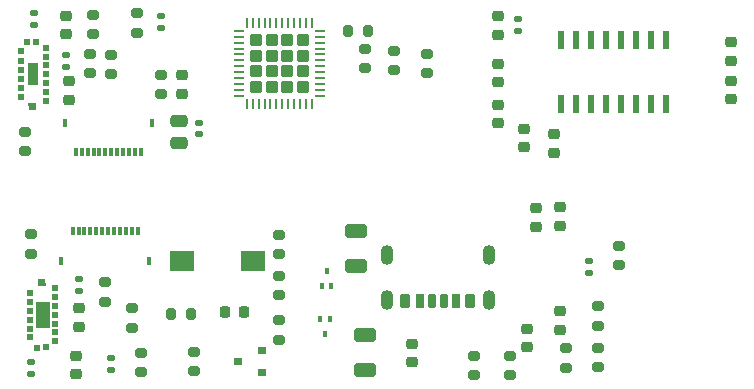
<source format=gtp>
G04 #@! TF.GenerationSoftware,KiCad,Pcbnew,8.0.7*
G04 #@! TF.CreationDate,2025-06-23T12:01:53+08:00*
G04 #@! TF.ProjectId,Pagtingin_Final,50616774-696e-4676-996e-5f46696e616c,rev?*
G04 #@! TF.SameCoordinates,Original*
G04 #@! TF.FileFunction,Paste,Top*
G04 #@! TF.FilePolarity,Positive*
%FSLAX46Y46*%
G04 Gerber Fmt 4.6, Leading zero omitted, Abs format (unit mm)*
G04 Created by KiCad (PCBNEW 8.0.7) date 2025-06-23 12:01:53*
%MOMM*%
%LPD*%
G01*
G04 APERTURE LIST*
G04 Aperture macros list*
%AMRoundRect*
4,1,4,-3,2,-5,4,-7,6,-9,8,-3,2,0*
1,1,$1,$2,$3*
1,1,$1,$2,$3*
1,1,$1,$2,$3*
1,1,$1,$2,$3*
20,1,$1,$2,$3,$4,$5,90*
20,1,$1,$2,$3,$4,$5,90*
20,1,$1,$2,$3,$4,$5,90*
20,1,$1,$2,$3,$4,$5,90*%
G04 Aperture macros list end*
%ADD10C,0.01*%
%ADD11R,0.5X0.5*%
%ADD12R,0.808966X1.924966*%
%AMCOMP67*
4,1,3,
0.17,-0.14,
0.17,0.14,
-0.17,0.14,
-0.17,-0.14,
0*
4,1,19,
0.029999999999999992,-0.14,
0.036852087718678504,-0.096737620787507375,
0.056737620787507347,-0.05771006467905377,
0.087710064679053762,-0.026737620787507362,
0.12673762078750736,-0.00685208771867852,
0.17,-0.000000000000000010409154007490207,
0.21326237921249264,-0.0068520877186784976,
0.25228993532094623,-0.026737620787507368,
0.28326237921249264,-0.057710064679053763,
0.30314791228132154,-0.096737620787507375,
0.31000000000000005,-0.14,
0.30314791228132154,-0.18326237921249272,
0.2832623792124927,-0.22228993532094629,
0.25228993532094629,-0.25326237921249267,
0.21326237921249266,-0.27314791228132151,
0.17,-0.28,
0.12673762078750736,-0.27314791228132151,
0.087710064679053776,-0.25326237921249267,
0.056737620787507353,-0.22228993532094629,
0.0368520877186785,-0.18326237921249269,
0*
4,1,19,
0.030000000000000006,0.14,
0.036852087718678525,0.18326237921249267,
0.056737620787507367,0.22228993532094626,
0.087710064679053776,0.25326237921249267,
0.12673762078750739,0.27314791228132151,
0.17000000000000004,0.28,
0.21326237921249266,0.27314791228132151,
0.25228993532094623,0.25326237921249267,
0.28326237921249264,0.22228993532094624,
0.30314791228132154,0.18326237921249264,
0.31000000000000005,0.14,
0.30314791228132154,0.09673762078750732,
0.2832623792124927,0.057710064679053763,
0.25228993532094629,0.026737620787507355,
0.21326237921249269,0.0068520877186784993,
0.17000000000000004,-0.000000000000000010409154007490209,
0.12673762078750739,0.0068520877186784767,
0.08771006467905379,0.026737620787507334,
0.056737620787507374,0.057710064679053728,
0.036852087718678518,0.096737620787507334,
0*
4,1,19,
-0.31000000000000005,0.14000000000000004,
-0.30314791228132154,0.18326237921249269,
-0.28326237921249264,0.22228993532094629,
-0.25228993532094623,0.25326237921249267,
-0.21326237921249264,0.27314791228132151,
-0.16999999999999998,0.28,
-0.12673762078750736,0.27314791228132151,
-0.087710064679053762,0.25326237921249267,
-0.056737620787507353,0.22228993532094626,
-0.0368520877186785,0.18326237921249267,
-0.029999999999999992,0.14000000000000004,
-0.036852087718678504,0.096737620787507334,
-0.056737620787507333,0.057710064679053784,
-0.087710064679053748,0.026737620787507375,
-0.12673762078750733,0.00685208771867852,
-0.16999999999999998,0.000000000000000010409154007490206,
-0.21326237921249264,0.0068520877186784976,
-0.25228993532094623,0.026737620787507355,
-0.28326237921249264,0.057710064679053749,
-0.30314791228132154,0.096737620787507347,
0*
4,1,19,
-0.31000000000000005,-0.13999999999999999,
-0.30314791228132154,-0.096737620787507361,
-0.28326237921249264,-0.057710064679053749,
-0.25228993532094623,-0.026737620787507341,
-0.21326237921249266,-0.0068520877186784993,
-0.17,0.000000000000000010409154007490207,
-0.12673762078750739,-0.0068520877186784767,
-0.087710064679053776,-0.026737620787507348,
-0.056737620787507374,-0.057710064679053742,
-0.036852087718678518,-0.096737620787507361,
-0.030000000000000006,-0.13999999999999999,
-0.036852087718678525,-0.18326237921249269,
-0.056737620787507353,-0.22228993532094626,
-0.087710064679053762,-0.25326237921249267,
-0.12673762078750736,-0.27314791228132151,
-0.17,-0.28,
-0.21326237921249266,-0.27314791228132151,
-0.25228993532094623,-0.25326237921249267,
-0.28326237921249264,-0.22228993532094626,
-0.30314791228132154,-0.18326237921249267,
0*
4,1,3,
0.31000000000000005,-0.14000000000000004,
0.029999999999999992,-0.14,
0.030000000000000006,0.14,
0.31000000000000005,0.13999999999999999,
0*
4,1,3,
0.17000000000000004,0.28,
0.17,-0.000000000000000010409154007490207,
-0.17,0.000000000000000010409154007490207,
-0.16999999999999998,0.28,
0*
4,1,3,
-0.31000000000000005,0.14000000000000004,
-0.029999999999999992,0.14,
-0.030000000000000006,-0.14,
-0.31000000000000005,-0.13999999999999999,
0*
4,1,3,
-0.17000000000000004,-0.28,
-0.17,0.000000000000000010409154007490207,
0.17,-0.000000000000000010409154007490207,
0.16999999999999998,-0.28,
0*%
%ADD13COMP67,0.14X-0.14X-0.17X0.14X-0.17X0.14X0.17X-0.14X0.17X0*%
%AMCOMP68*
4,1,3,
-0.275,0.20000000000000004,
-0.275,-0.19999999999999998,
0.275,-0.20000000000000004,
0.275,0.19999999999999998,
0*
4,1,19,
-0.47500000000000003,0.20000000000000004,
-0.46521130325903071,0.26180339887498955,
-0.43680339887498953,0.31755705045849464,
-0.39255705045849465,0.36180339887498952,
-0.3368033988749895,0.39021130325903075,
-0.275,0.4,
-0.21319660112501052,0.39021130325903075,
-0.15744294954150537,0.36180339887498952,
-0.11319660112501052,0.31755705045849469,
-0.0847886967409693,0.26180339887498949,
-0.075,0.20000000000000004,
-0.0847886967409693,0.13819660112501048,
-0.11319660112501051,0.0824429495415054,
-0.15744294954150537,0.038196601125010533,
-0.21319660112501052,0.0097886967409693132,
-0.27499999999999997,0.000000000000000016838337365057685,
-0.33680339887498945,0.0097886967409692924,
-0.39255705045849459,0.038196601125010519,
-0.43680339887498953,0.082442949541505356,
-0.46521130325903071,0.1381966011250105,
0*
4,1,19,
-0.47500000000000003,-0.19999999999999998,
-0.46521130325903071,-0.1381966011250105,
-0.43680339887498953,-0.082442949541505356,
-0.39255705045849465,-0.038196601125010478,
-0.3368033988749895,-0.0097886967409692785,
-0.275,0.000000000000000016838337365057688,
-0.21319660112501054,-0.0097886967409692577,
-0.15744294954150539,-0.038196601125010492,
-0.11319660112501054,-0.082442949541505356,
-0.084788696740969324,-0.1381966011250105,
-0.075000000000000025,-0.19999999999999998,
-0.084788696740969324,-0.26180339887498955,
-0.11319660112501052,-0.31755705045849464,
-0.15744294954150539,-0.36180339887498947,
-0.21319660112501054,-0.39021130325903075,
-0.27499999999999997,-0.4,
-0.33680339887498945,-0.39021130325903075,
-0.39255705045849459,-0.36180339887498952,
-0.43680339887498953,-0.31755705045849469,
-0.46521130325903071,-0.26180339887498949,
0*
4,1,19,
0.075,-0.2,
0.0847886967409693,-0.13819660112501053,
0.11319660112501051,-0.082442949541505384,
0.15744294954150539,-0.038196601125010506,
0.21319660112501054,-0.0097886967409693132,
0.275,-0.000000000000000016838337365057688,
0.3368033988749895,-0.0097886967409692924,
0.39255705045849465,-0.038196601125010519,
0.43680339887498953,-0.082442949541505384,
0.46521130325903071,-0.13819660112501053,
0.47500000000000003,-0.2,
0.46521130325903071,-0.2618033988749896,
0.43680339887498953,-0.31755705045849464,
0.39255705045849465,-0.36180339887498947,
0.33680339887498956,-0.39021130325903075,
0.27500000000000008,-0.4,
0.21319660112501054,-0.39021130325903075,
0.15744294954150542,-0.36180339887498952,
0.11319660112501052,-0.31755705045849469,
0.0847886967409693,-0.26180339887498955,
0*
4,1,19,
0.075000000000000025,0.2,
0.084788696740969324,0.26180339887498949,
0.11319660112501052,0.31755705045849464,
0.15744294954150542,0.36180339887498952,
0.21319660112501057,0.39021130325903075,
0.275,0.4,
0.3368033988749895,0.39021130325903075,
0.39255705045849465,0.36180339887498952,
0.43680339887498953,0.31755705045849469,
0.46521130325903071,0.26180339887498943,
0.47500000000000003,0.2,
0.46521130325903071,0.13819660112501045,
0.43680339887498953,0.08244294954150537,
0.39255705045849465,0.038196601125010506,
0.33680339887498956,0.0097886967409692785,
0.27500000000000008,-0.000000000000000016838337365057691,
0.21319660112501057,0.0097886967409692577,
0.15744294954150545,0.038196601125010492,
0.11319660112501054,0.082442949541505328,
0.084788696740969324,0.13819660112501048,
0*
4,1,3,
-0.47500000000000003,0.20000000000000004,
-0.075,0.2,
-0.075000000000000025,-0.2,
-0.47500000000000003,-0.19999999999999998,
0*
4,1,3,
-0.275,-0.4,
-0.275,0.000000000000000016838337365057688,
0.275,-0.000000000000000016838337365057688,
0.275,-0.4,
0*
4,1,3,
0.47500000000000003,-0.20000000000000004,
0.075,-0.2,
0.075000000000000025,0.2,
0.47500000000000003,0.19999999999999998,
0*
4,1,3,
0.275,0.4,
0.275,-0.000000000000000016838337365057688,
-0.275,0.000000000000000016838337365057688,
-0.275,0.4,
0*%
%ADD14COMP68,0.2X0.2X0.275X-0.2X0.275X-0.2X-0.275X0.2X-0.275X0*%
%AMCOMP69*
4,1,3,
0.185,-0.135,
0.185,0.135,
-0.185,0.135,
-0.185,-0.135,
0*
4,1,19,
0.049999999999999982,-0.135,
0.056607370300154246,-0.0932827057593821,
0.075782705759382091,-0.05564899094051614,
0.10564899094051612,-0.025782705759382109,
0.1432827057593821,-0.0066073703001542725,
0.185,-0.00000000000000001132760877285699,
0.2267172942406179,-0.0066073703001542777,
0.26435100905948383,-0.025782705759382119,
0.29421729424061788,-0.05564899094051614,
0.31339262969984572,-0.0932827057593821,
0.32,-0.135,
0.31339262969984572,-0.17671729424061797,
0.29421729424061793,-0.2143510090594839,
0.26435100905948389,-0.24421729424061792,
0.2267172942406179,-0.26339262969984578,
0.185,-0.27,
0.1432827057593821,-0.26339262969984578,
0.10564899094051614,-0.24421729424061794,
0.075782705759382091,-0.2143510090594839,
0.056607370300154239,-0.17671729424061794,
0*
4,1,19,
0.049999999999999996,0.135,
0.056607370300154267,0.17671729424061791,
0.0757827057593821,0.2143510090594839,
0.10564899094051614,0.24421729424061792,
0.14328270575938212,0.26339262969984578,
0.18500000000000003,0.27,
0.22671729424061793,0.26339262969984578,
0.26435100905948383,0.24421729424061789,
0.29421729424061788,0.21435100905948387,
0.31339262969984572,0.17671729424061791,
0.32,0.135,
0.31339262969984572,0.093282705759382051,
0.29421729424061793,0.055648990940516126,
0.26435100905948389,0.0257827057593821,
0.22671729424061793,0.00660737030015425,
0.18500000000000003,-0.000000000000000011327608772856992,
0.14328270575938212,0.0066073703001542552,
0.10564899094051615,0.025782705759382067,
0.0757827057593821,0.0556489909405161,
0.05660737030015426,0.093282705759382079,
0*
4,1,19,
-0.32,0.13500000000000004,
-0.31339262969984572,0.17671729424061794,
-0.29421729424061793,0.21435100905948393,
-0.26435100905948389,0.24421729424061794,
-0.22671729424061787,0.26339262969984578,
-0.18499999999999997,0.27,
-0.14328270575938207,0.26339262969984578,
-0.10564899094051612,0.24421729424061792,
-0.075782705759382091,0.2143510090594839,
-0.056607370300154239,0.17671729424061794,
-0.049999999999999982,0.13500000000000004,
-0.056607370300154246,0.093282705759382065,
-0.075782705759382063,0.055648990940516153,
-0.10564899094051611,0.025782705759382123,
-0.14328270575938207,0.0066073703001542725,
-0.18499999999999997,0.000000000000000011327608772856987,
-0.22671729424061787,0.0066073703001542777,
-0.26435100905948383,0.025782705759382091,
-0.29421729424061788,0.055648990940516126,
-0.31339262969984572,0.093282705759382092,
0*
4,1,19,
-0.32,-0.13499999999999998,
-0.31339262969984572,-0.093282705759382092,
-0.29421729424061793,-0.055648990940516112,
-0.26435100905948389,-0.025782705759382085,
-0.2267172942406179,-0.00660737030015425,
-0.185,0.00000000000000001132760877285699,
-0.1432827057593821,-0.0066073703001542552,
-0.10564899094051614,-0.025782705759382095,
-0.0757827057593821,-0.055648990940516112,
-0.05660737030015426,-0.093282705759382092,
-0.049999999999999996,-0.13499999999999998,
-0.056607370300154267,-0.17671729424061794,
-0.075782705759382077,-0.21435100905948387,
-0.10564899094051612,-0.24421729424061789,
-0.1432827057593821,-0.26339262969984578,
-0.185,-0.27,
-0.2267172942406179,-0.26339262969984578,
-0.26435100905948383,-0.24421729424061792,
-0.29421729424061788,-0.21435100905948387,
-0.31339262969984572,-0.17671729424061791,
0*
4,1,3,
0.32,-0.13500000000000004,
0.049999999999999982,-0.135,
0.049999999999999996,0.135,
0.32,0.13499999999999998,
0*
4,1,3,
0.18500000000000003,0.27,
0.185,-0.00000000000000001132760877285699,
-0.185,0.00000000000000001132760877285699,
-0.18499999999999997,0.27,
0*
4,1,3,
-0.32,0.13500000000000004,
-0.049999999999999982,0.135,
-0.049999999999999996,-0.135,
-0.32,-0.13499999999999998,
0*
4,1,3,
-0.18500000000000003,-0.27,
-0.185,0.00000000000000001132760877285699,
0.185,-0.00000000000000001132760877285699,
0.18499999999999997,-0.27,
0*%
%ADD15COMP69,0.135X-0.135X-0.185X0.135X-0.185X0.135X0.185X-0.135X0.185X0*%
%AMCOMP70*
4,1,3,
0.275,-0.20000000000000004,
0.275,0.19999999999999998,
-0.275,0.20000000000000004,
-0.275,-0.19999999999999998,
0*
4,1,19,
0.075,-0.2,
0.0847886967409693,-0.13819660112501053,
0.11319660112501051,-0.082442949541505384,
0.15744294954150539,-0.038196601125010506,
0.21319660112501054,-0.0097886967409693132,
0.275,-0.000000000000000016838337365057688,
0.3368033988749895,-0.0097886967409692924,
0.39255705045849465,-0.038196601125010519,
0.43680339887498953,-0.082442949541505384,
0.46521130325903071,-0.13819660112501053,
0.47500000000000003,-0.2,
0.46521130325903071,-0.2618033988749896,
0.43680339887498953,-0.31755705045849464,
0.39255705045849465,-0.36180339887498947,
0.33680339887498956,-0.39021130325903075,
0.27500000000000008,-0.4,
0.21319660112501054,-0.39021130325903075,
0.15744294954150542,-0.36180339887498952,
0.11319660112501052,-0.31755705045849469,
0.0847886967409693,-0.26180339887498955,
0*
4,1,19,
0.075000000000000025,0.2,
0.084788696740969324,0.26180339887498949,
0.11319660112501052,0.31755705045849464,
0.15744294954150542,0.36180339887498952,
0.21319660112501057,0.39021130325903075,
0.275,0.4,
0.3368033988749895,0.39021130325903075,
0.39255705045849465,0.36180339887498952,
0.43680339887498953,0.31755705045849469,
0.46521130325903071,0.26180339887498943,
0.47500000000000003,0.2,
0.46521130325903071,0.13819660112501045,
0.43680339887498953,0.08244294954150537,
0.39255705045849465,0.038196601125010506,
0.33680339887498956,0.0097886967409692785,
0.27500000000000008,-0.000000000000000016838337365057691,
0.21319660112501057,0.0097886967409692577,
0.15744294954150545,0.038196601125010492,
0.11319660112501054,0.082442949541505328,
0.084788696740969324,0.13819660112501048,
0*
4,1,19,
-0.47500000000000003,0.20000000000000004,
-0.46521130325903071,0.26180339887498955,
-0.43680339887498953,0.31755705045849464,
-0.39255705045849465,0.36180339887498952,
-0.3368033988749895,0.39021130325903075,
-0.275,0.4,
-0.21319660112501052,0.39021130325903075,
-0.15744294954150537,0.36180339887498952,
-0.11319660112501052,0.31755705045849469,
-0.0847886967409693,0.26180339887498949,
-0.075,0.20000000000000004,
-0.0847886967409693,0.13819660112501048,
-0.11319660112501051,0.0824429495415054,
-0.15744294954150537,0.038196601125010533,
-0.21319660112501052,0.0097886967409693132,
-0.27499999999999997,0.000000000000000016838337365057685,
-0.33680339887498945,0.0097886967409692924,
-0.39255705045849459,0.038196601125010519,
-0.43680339887498953,0.082442949541505356,
-0.46521130325903071,0.1381966011250105,
0*
4,1,19,
-0.47500000000000003,-0.19999999999999998,
-0.46521130325903071,-0.1381966011250105,
-0.43680339887498953,-0.082442949541505356,
-0.39255705045849465,-0.038196601125010478,
-0.3368033988749895,-0.0097886967409692785,
-0.275,0.000000000000000016838337365057688,
-0.21319660112501054,-0.0097886967409692577,
-0.15744294954150539,-0.038196601125010492,
-0.11319660112501054,-0.082442949541505356,
-0.084788696740969324,-0.1381966011250105,
-0.075000000000000025,-0.19999999999999998,
-0.084788696740969324,-0.26180339887498955,
-0.11319660112501052,-0.31755705045849464,
-0.15744294954150539,-0.36180339887498947,
-0.21319660112501054,-0.39021130325903075,
-0.27499999999999997,-0.4,
-0.33680339887498945,-0.39021130325903075,
-0.39255705045849459,-0.36180339887498952,
-0.43680339887498953,-0.31755705045849469,
-0.46521130325903071,-0.26180339887498949,
0*
4,1,3,
0.47500000000000003,-0.20000000000000004,
0.075,-0.2,
0.075000000000000025,0.2,
0.47500000000000003,0.19999999999999998,
0*
4,1,3,
0.275,0.4,
0.275,-0.000000000000000016838337365057688,
-0.275,0.000000000000000016838337365057688,
-0.275,0.4,
0*
4,1,3,
-0.47500000000000003,0.20000000000000004,
-0.075,0.2,
-0.075000000000000025,-0.2,
-0.47500000000000003,-0.19999999999999998,
0*
4,1,3,
-0.275,-0.4,
-0.275,0.000000000000000016838337365057688,
0.275,-0.000000000000000016838337365057688,
0.275,-0.4,
0*%
%ADD16COMP70,0.2X-0.2X-0.275X0.2X-0.275X0.2X0.275X-0.2X0.275X0*%
%ADD17R,0.6X1.6*%
%AMCOMP71*
4,1,3,
-0.17,0.14,
-0.17,-0.14,
0.17,-0.14,
0.17,0.14,
0*
4,1,19,
-0.31000000000000005,0.14000000000000004,
-0.30314791228132154,0.18326237921249269,
-0.28326237921249264,0.22228993532094629,
-0.25228993532094623,0.25326237921249267,
-0.21326237921249264,0.27314791228132151,
-0.16999999999999998,0.28,
-0.12673762078750736,0.27314791228132151,
-0.087710064679053762,0.25326237921249267,
-0.056737620787507353,0.22228993532094626,
-0.0368520877186785,0.18326237921249267,
-0.029999999999999992,0.14000000000000004,
-0.036852087718678504,0.096737620787507334,
-0.056737620787507333,0.057710064679053784,
-0.087710064679053748,0.026737620787507375,
-0.12673762078750733,0.00685208771867852,
-0.16999999999999998,0.000000000000000010409154007490206,
-0.21326237921249264,0.0068520877186784976,
-0.25228993532094623,0.026737620787507355,
-0.28326237921249264,0.057710064679053749,
-0.30314791228132154,0.096737620787507347,
0*
4,1,19,
-0.31000000000000005,-0.13999999999999999,
-0.30314791228132154,-0.096737620787507361,
-0.28326237921249264,-0.057710064679053749,
-0.25228993532094623,-0.026737620787507341,
-0.21326237921249266,-0.0068520877186784993,
-0.17,0.000000000000000010409154007490207,
-0.12673762078750739,-0.0068520877186784767,
-0.087710064679053776,-0.026737620787507348,
-0.056737620787507374,-0.057710064679053742,
-0.036852087718678518,-0.096737620787507361,
-0.030000000000000006,-0.13999999999999999,
-0.036852087718678525,-0.18326237921249269,
-0.056737620787507353,-0.22228993532094626,
-0.087710064679053762,-0.25326237921249267,
-0.12673762078750736,-0.27314791228132151,
-0.17,-0.28,
-0.21326237921249266,-0.27314791228132151,
-0.25228993532094623,-0.25326237921249267,
-0.28326237921249264,-0.22228993532094626,
-0.30314791228132154,-0.18326237921249267,
0*
4,1,19,
0.029999999999999992,-0.14,
0.036852087718678504,-0.096737620787507375,
0.056737620787507347,-0.05771006467905377,
0.087710064679053762,-0.026737620787507362,
0.12673762078750736,-0.00685208771867852,
0.17,-0.000000000000000010409154007490207,
0.21326237921249264,-0.0068520877186784976,
0.25228993532094623,-0.026737620787507368,
0.28326237921249264,-0.057710064679053763,
0.30314791228132154,-0.096737620787507375,
0.31000000000000005,-0.14,
0.30314791228132154,-0.18326237921249272,
0.2832623792124927,-0.22228993532094629,
0.25228993532094629,-0.25326237921249267,
0.21326237921249266,-0.27314791228132151,
0.17,-0.28,
0.12673762078750736,-0.27314791228132151,
0.087710064679053776,-0.25326237921249267,
0.056737620787507353,-0.22228993532094629,
0.0368520877186785,-0.18326237921249269,
0*
4,1,19,
0.030000000000000006,0.14,
0.036852087718678525,0.18326237921249267,
0.056737620787507367,0.22228993532094626,
0.087710064679053776,0.25326237921249267,
0.12673762078750739,0.27314791228132151,
0.17000000000000004,0.28,
0.21326237921249266,0.27314791228132151,
0.25228993532094623,0.25326237921249267,
0.28326237921249264,0.22228993532094624,
0.30314791228132154,0.18326237921249264,
0.31000000000000005,0.14,
0.30314791228132154,0.09673762078750732,
0.2832623792124927,0.057710064679053763,
0.25228993532094629,0.026737620787507355,
0.21326237921249269,0.0068520877186784993,
0.17000000000000004,-0.000000000000000010409154007490209,
0.12673762078750739,0.0068520877186784767,
0.08771006467905379,0.026737620787507334,
0.056737620787507374,0.057710064679053728,
0.036852087718678518,0.096737620787507334,
0*
4,1,3,
-0.31000000000000005,0.14000000000000004,
-0.029999999999999992,0.14,
-0.030000000000000006,-0.14,
-0.31000000000000005,-0.13999999999999999,
0*
4,1,3,
-0.17000000000000004,-0.28,
-0.17,0.000000000000000010409154007490207,
0.17,-0.000000000000000010409154007490207,
0.16999999999999998,-0.28,
0*
4,1,3,
0.31000000000000005,-0.14000000000000004,
0.029999999999999992,-0.14,
0.030000000000000006,0.14,
0.31000000000000005,0.13999999999999999,
0*
4,1,3,
0.17000000000000004,0.28,
0.17,-0.000000000000000010409154007490207,
-0.17,0.000000000000000010409154007490207,
-0.16999999999999998,0.28,
0*%
%ADD18COMP71,0.14X0.14X0.17X-0.14X0.17X-0.14X-0.17X0.14X-0.17X0*%
%ADD19C,0.15*%
%AMCOMP72*
4,1,3,
0.285,-0.285,
0.285,0.285,
-0.285,0.285,
-0.285,-0.285,
0*
4,1,19,
0.034999999999999955,-0.285,
0.047235870926211579,-0.20774575140626311,
0.0827457514062631,-0.13805368692688169,
0.13805368692688169,-0.082745751406263127,
0.20774575140626311,-0.047235870926211607,
0.285,-0.034999999999999996,
0.36225424859373678,-0.047235870926211586,
0.43194631307311826,-0.082745751406263141,
0.48725424859373678,-0.13805368692688169,
0.52276412907378833,-0.20774575140626314,
0.53499999999999992,-0.285,
0.52276412907378833,-0.36225424859373695,
0.48725424859373689,-0.43194631307311832,
0.4319463130731182,-0.48725424859373678,
0.36225424859373684,-0.52276412907378833,
0.285,-0.53499999999999992,
0.20774575140626314,-0.52276412907378833,
0.13805368692688172,-0.48725424859373689,
0.082745751406263113,-0.43194631307311832,
0.047235870926211572,-0.36225424859373689,
0*
4,1,19,
0.034999999999999996,0.285,
0.047235870926211614,0.36225424859373684,
0.082745751406263141,0.43194631307311826,
0.13805368692688172,0.48725424859373684,
0.20774575140626314,0.52276412907378833,
0.28500000000000003,0.53499999999999992,
0.36225424859373684,0.52276412907378833,
0.43194631307311832,0.48725424859373684,
0.48725424859373678,0.4319463130731182,
0.52276412907378833,0.36225424859373678,
0.53499999999999992,0.285,
0.52276412907378833,0.20774575140626303,
0.48725424859373689,0.13805368692688169,
0.43194631307311826,0.082745751406263113,
0.36225424859373689,0.047235870926211572,
0.28500000000000003,0.034999999999999955,
0.20774575140626317,0.047235870926211551,
0.13805368692688175,0.082745751406263071,
0.082745751406263154,0.13805368692688164,
0.047235870926211607,0.20774575140626306,
0*
4,1,19,
-0.53499999999999992,0.28500000000000003,
-0.52276412907378833,0.36225424859373689,
-0.48725424859373684,0.43194631307311832,
-0.4319463130731182,0.48725424859373684,
-0.36225424859373678,0.52276412907378833,
-0.28499999999999992,0.53499999999999992,
-0.20774575140626311,0.52276412907378833,
-0.13805368692688169,0.48725424859373684,
-0.082745751406263113,0.43194631307311826,
-0.047235870926211572,0.36225424859373684,
-0.034999999999999955,0.28500000000000003,
-0.047235870926211579,0.20774575140626306,
-0.082745751406263071,0.13805368692688172,
-0.13805368692688166,0.082745751406263154,
-0.20774575140626309,0.047235870926211607,
-0.28499999999999992,0.034999999999999996,
-0.36225424859373678,0.047235870926211586,
-0.4319463130731182,0.082745751406263113,
-0.48725424859373678,0.13805368692688166,
-0.52276412907378833,0.20774575140626309,
0*
4,1,19,
-0.53499999999999992,-0.28499999999999992,
-0.52276412907378833,-0.20774575140626309,
-0.48725424859373684,-0.13805368692688166,
-0.43194631307311826,-0.082745751406263085,
-0.36225424859373684,-0.047235870926211572,
-0.285,-0.034999999999999955,
-0.20774575140626314,-0.047235870926211551,
-0.13805368692688172,-0.0827457514062631,
-0.082745751406263154,-0.13805368692688166,
-0.047235870926211607,-0.20774575140626311,
-0.034999999999999996,-0.28499999999999992,
-0.047235870926211614,-0.36225424859373689,
-0.082745751406263113,-0.43194631307311826,
-0.13805368692688169,-0.48725424859373678,
-0.20774575140626311,-0.52276412907378833,
-0.285,-0.53499999999999992,
-0.36225424859373684,-0.52276412907378833,
-0.43194631307311826,-0.48725424859373689,
-0.48725424859373678,-0.43194631307311826,
-0.52276412907378833,-0.36225424859373684,
0*
4,1,3,
0.53499999999999992,-0.28500000000000003,
0.034999999999999955,-0.285,
0.034999999999999996,0.285,
0.53499999999999992,0.28499999999999992,
0*
4,1,3,
0.28500000000000003,0.53499999999999992,
0.285,0.034999999999999955,
-0.285,0.034999999999999996,
-0.28499999999999992,0.53499999999999992,
0*
4,1,3,
-0.53499999999999992,0.28500000000000003,
-0.034999999999999955,0.285,
-0.034999999999999996,-0.285,
-0.53499999999999992,-0.28499999999999992,
0*
4,1,3,
-0.28500000000000003,-0.53499999999999992,
-0.285,-0.034999999999999955,
0.285,-0.034999999999999996,
0.28499999999999992,-0.53499999999999992,
0*%
%ADD20COMP72,0.25X-0.285X-0.285X0.285X-0.285X0.285X0.285X-0.285X0.285X0*%
%AMCOMP73*
4,1,3,
0.062499999999999979,-0.3375,
0.062500000000000014,0.3375,
-0.062499999999999979,0.3375,
-0.062500000000000014,-0.3375,
0*
4,1,19,
-0.000000000000000020665232220752617,-0.3375,
0.0030589677315528848,-0.31818643785156581,
0.011936437851565765,-0.30076342173172044,
0.025763421731720412,-0.28693643785156581,
0.04318643785156577,-0.27805896773155292,
0.062499999999999979,-0.275,
0.0818135621484342,-0.27805896773155292,
0.099236578268279543,-0.28693643785156581,
0.1130635621484342,-0.30076342173172044,
0.12194103226844709,-0.31818643785156581,
0.12499999999999999,-0.3375,
0.12194103226844707,-0.35681356214843424,
0.11306356214843419,-0.37423657826827961,
0.099236578268279557,-0.38806356214843424,
0.081813562148434188,-0.39694103226844712,
0.062499999999999986,-0.4,
0.04318643785156577,-0.39694103226844712,
0.025763421731720419,-0.38806356214843424,
0.011936437851565769,-0.37423657826827961,
0.0030589677315528826,-0.35681356214843424,
0*
4,1,19,
0.000000000000000020665232220752617,0.3375,
0.003058967731552926,0.35681356214843424,
0.011936437851565807,0.37423657826827961,
0.025763421731720453,0.38806356214843424,
0.043186437851565812,0.39694103226844712,
0.062500000000000014,0.4,
0.081813562148434243,0.39694103226844712,
0.099236578268279585,0.38806356214843424,
0.11306356214843424,0.37423657826827961,
0.12194103226844713,0.35681356214843424,
0.12500000000000003,0.3375,
0.12194103226844712,0.31818643785156581,
0.11306356214843423,0.30076342173172044,
0.0992365782682796,0.28693643785156581,
0.08181356214843423,0.27805896773155292,
0.062500000000000028,0.275,
0.043186437851565812,0.27805896773155292,
0.02576342173172046,0.28693643785156581,
0.01193643785156581,0.30076342173172044,
0.0030589677315529238,0.31818643785156581,
0*
4,1,19,
-0.12499999999999999,0.3375,
-0.12194103226844707,0.35681356214843424,
-0.11306356214843419,0.37423657826827961,
-0.099236578268279543,0.38806356214843424,
-0.081813562148434188,0.39694103226844712,
-0.062499999999999972,0.4,
-0.043186437851565763,0.39694103226844712,
-0.025763421731720412,0.38806356214843424,
-0.011936437851565769,0.37423657826827961,
-0.0030589677315528826,0.35681356214843424,
0.000000000000000020665232220752617,0.3375,
-0.0030589677315528848,0.31818643785156581,
-0.011936437851565758,0.30076342173172044,
-0.025763421731720405,0.28693643785156581,
-0.043186437851565763,0.27805896773155292,
-0.062499999999999972,0.275,
-0.081813562148434188,0.27805896773155292,
-0.099236578268279543,0.28693643785156581,
-0.1130635621484342,0.30076342173172044,
-0.12194103226844709,0.31818643785156581,
0*
4,1,19,
-0.12500000000000003,-0.3375,
-0.12194103226844712,-0.31818643785156581,
-0.11306356214843423,-0.30076342173172044,
-0.099236578268279585,-0.28693643785156581,
-0.08181356214843423,-0.27805896773155292,
-0.062500000000000014,-0.275,
-0.043186437851565805,-0.27805896773155292,
-0.025763421731720453,-0.28693643785156581,
-0.01193643785156581,-0.30076342173172044,
-0.0030589677315529238,-0.31818643785156581,
-0.000000000000000020665232220752617,-0.3375,
-0.003058967731552926,-0.35681356214843424,
-0.0119364378515658,-0.37423657826827961,
-0.025763421731720446,-0.38806356214843424,
-0.043186437851565805,-0.39694103226844712,
-0.062500000000000014,-0.4,
-0.08181356214843423,-0.39694103226844712,
-0.099236578268279585,-0.38806356214843424,
-0.11306356214843424,-0.37423657826827961,
-0.12194103226844713,-0.35681356214843424,
0*
4,1,3,
0.12499999999999999,-0.3375,
-0.000000000000000020665232220752617,-0.3375,
0.000000000000000020665232220752617,0.3375,
0.12500000000000003,0.3375,
0*
4,1,3,
0.062500000000000028,0.4,
0.062500000000000014,0.275,
-0.062499999999999986,0.275,
-0.062499999999999965,0.4,
0*
4,1,3,
-0.12499999999999999,0.3375,
0.000000000000000020665232220752617,0.3375,
-0.000000000000000020665232220752617,-0.3375,
-0.12500000000000003,-0.3375,
0*
4,1,3,
-0.062500000000000028,-0.4,
-0.062500000000000014,-0.275,
0.062499999999999986,-0.275,
0.062499999999999965,-0.4,
0*%
%ADD21COMP73,0.0625X-0.3375X-0.0625X0.3375X-0.0625X0.3375X0.0625X-0.3375X0.0625X0*%
%AMCOMP74*
4,1,3,
0.3375,0.062499999999999979,
-0.3375,0.062500000000000014,
-0.3375,-0.062499999999999979,
0.3375,-0.062500000000000014,
0*
4,1,19,
0.275,0.062499999999999986,
0.27805896773155292,0.0818135621484342,
0.28693643785156581,0.099236578268279557,
0.30076342173172044,0.1130635621484342,
0.31818643785156581,0.12194103226844709,
0.3375,0.12499999999999999,
0.35681356214843424,0.12194103226844707,
0.37423657826827961,0.11306356214843419,
0.38806356214843424,0.099236578268279557,
0.39694103226844712,0.081813562148434188,
0.4,0.062499999999999986,
0.39694103226844712,0.043186437851565743,
0.38806356214843424,0.025763421731720412,
0.37423657826827961,0.011936437851565769,
0.35681356214843424,0.0030589677315528826,
0.3375,-0.000000000000000020665232220752617,
0.31818643785156581,0.0030589677315528778,
0.30076342173172044,0.011936437851565758,
0.28693643785156581,0.025763421731720398,
0.27805896773155292,0.043186437851565757,
0*
4,1,19,
-0.4,0.062500000000000028,
-0.39694103226844712,0.081813562148434243,
-0.38806356214843424,0.0992365782682796,
-0.37423657826827961,0.11306356214843424,
-0.35681356214843424,0.12194103226844713,
-0.3375,0.12500000000000003,
-0.31818643785156581,0.12194103226844712,
-0.30076342173172044,0.11306356214843423,
-0.28693643785156581,0.0992365782682796,
-0.27805896773155292,0.08181356214843423,
-0.275,0.062500000000000028,
-0.27805896773155292,0.043186437851565784,
-0.28693643785156581,0.025763421731720453,
-0.30076342173172044,0.01193643785156581,
-0.31818643785156581,0.0030589677315529238,
-0.3375,0.000000000000000020665232220752617,
-0.35681356214843424,0.003058967731552919,
-0.37423657826827961,0.0119364378515658,
-0.38806356214843424,0.025763421731720439,
-0.39694103226844712,0.0431864378515658,
0*
4,1,19,
-0.4,-0.062499999999999972,
-0.39694103226844712,-0.043186437851565757,
-0.38806356214843424,-0.025763421731720405,
-0.37423657826827961,-0.011936437851565762,
-0.35681356214843424,-0.0030589677315528826,
-0.3375,0.000000000000000020665232220752617,
-0.31818643785156581,-0.0030589677315528778,
-0.30076342173172044,-0.011936437851565765,
-0.28693643785156581,-0.025763421731720405,
-0.27805896773155292,-0.04318643785156577,
-0.275,-0.062499999999999979,
-0.27805896773155292,-0.081813562148434216,
-0.28693643785156581,-0.099236578268279543,
-0.30076342173172044,-0.1130635621484342,
-0.31818643785156581,-0.12194103226844709,
-0.3375,-0.12499999999999999,
-0.35681356214843424,-0.12194103226844707,
-0.37423657826827961,-0.11306356214843419,
-0.38806356214843424,-0.099236578268279557,
-0.39694103226844712,-0.0818135621484342,
0*
4,1,19,
0.275,-0.062500000000000014,
0.27805896773155292,-0.0431864378515658,
0.28693643785156581,-0.025763421731720446,
0.30076342173172044,-0.011936437851565803,
0.31818643785156581,-0.0030589677315529238,
0.3375,-0.000000000000000020665232220752617,
0.35681356214843424,-0.003058967731552919,
0.37423657826827961,-0.011936437851565807,
0.38806356214843424,-0.025763421731720446,
0.39694103226844712,-0.043186437851565812,
0.4,-0.062500000000000014,
0.39694103226844712,-0.081813562148434257,
0.38806356214843424,-0.099236578268279585,
0.37423657826827961,-0.11306356214843424,
0.35681356214843424,-0.12194103226844713,
0.3375,-0.12500000000000003,
0.31818643785156581,-0.12194103226844712,
0.30076342173172044,-0.11306356214843423,
0.28693643785156581,-0.0992365782682796,
0.27805896773155292,-0.081813562148434243,
0*
4,1,3,
0.3375,0.12499999999999999,
0.3375,-0.000000000000000020665232220752617,
-0.3375,0.000000000000000020665232220752617,
-0.3375,0.12500000000000003,
0*
4,1,3,
-0.4,0.062500000000000028,
-0.275,0.062500000000000014,
-0.275,-0.062499999999999986,
-0.4,-0.062499999999999965,
0*
4,1,3,
-0.3375,-0.12499999999999999,
-0.3375,0.000000000000000020665232220752617,
0.3375,-0.000000000000000020665232220752617,
0.3375,-0.12500000000000003,
0*
4,1,3,
0.4,-0.062500000000000028,
0.275,-0.062500000000000014,
0.275,0.062499999999999986,
0.4,0.062499999999999965,
0*%
%ADD22COMP74,0.0625X0.0625X-0.3375X0.0625X0.3375X-0.0625X0.3375X-0.0625X-0.3375X0*%
%AMCOMP75*
4,1,3,
-0.062499999999999979,0.3375,
-0.062500000000000014,-0.3375,
0.062499999999999979,-0.3375,
0.062500000000000014,0.3375,
0*
4,1,19,
-0.12499999999999999,0.3375,
-0.12194103226844707,0.35681356214843424,
-0.11306356214843419,0.37423657826827961,
-0.099236578268279543,0.38806356214843424,
-0.081813562148434188,0.39694103226844712,
-0.062499999999999972,0.4,
-0.043186437851565763,0.39694103226844712,
-0.025763421731720412,0.38806356214843424,
-0.011936437851565769,0.37423657826827961,
-0.0030589677315528826,0.35681356214843424,
0.000000000000000020665232220752617,0.3375,
-0.0030589677315528848,0.31818643785156581,
-0.011936437851565758,0.30076342173172044,
-0.025763421731720405,0.28693643785156581,
-0.043186437851565763,0.27805896773155292,
-0.062499999999999972,0.275,
-0.081813562148434188,0.27805896773155292,
-0.099236578268279543,0.28693643785156581,
-0.1130635621484342,0.30076342173172044,
-0.12194103226844709,0.31818643785156581,
0*
4,1,19,
-0.12500000000000003,-0.3375,
-0.12194103226844712,-0.31818643785156581,
-0.11306356214843423,-0.30076342173172044,
-0.099236578268279585,-0.28693643785156581,
-0.08181356214843423,-0.27805896773155292,
-0.062500000000000014,-0.275,
-0.043186437851565805,-0.27805896773155292,
-0.025763421731720453,-0.28693643785156581,
-0.01193643785156581,-0.30076342173172044,
-0.0030589677315529238,-0.31818643785156581,
-0.000000000000000020665232220752617,-0.3375,
-0.003058967731552926,-0.35681356214843424,
-0.0119364378515658,-0.37423657826827961,
-0.025763421731720446,-0.38806356214843424,
-0.043186437851565805,-0.39694103226844712,
-0.062500000000000014,-0.4,
-0.08181356214843423,-0.39694103226844712,
-0.099236578268279585,-0.38806356214843424,
-0.11306356214843424,-0.37423657826827961,
-0.12194103226844713,-0.35681356214843424,
0*
4,1,19,
-0.000000000000000020665232220752617,-0.3375,
0.0030589677315528848,-0.31818643785156581,
0.011936437851565765,-0.30076342173172044,
0.025763421731720412,-0.28693643785156581,
0.04318643785156577,-0.27805896773155292,
0.062499999999999979,-0.275,
0.0818135621484342,-0.27805896773155292,
0.099236578268279543,-0.28693643785156581,
0.1130635621484342,-0.30076342173172044,
0.12194103226844709,-0.31818643785156581,
0.12499999999999999,-0.3375,
0.12194103226844707,-0.35681356214843424,
0.11306356214843419,-0.37423657826827961,
0.099236578268279557,-0.38806356214843424,
0.081813562148434188,-0.39694103226844712,
0.062499999999999986,-0.4,
0.04318643785156577,-0.39694103226844712,
0.025763421731720419,-0.38806356214843424,
0.011936437851565769,-0.37423657826827961,
0.0030589677315528826,-0.35681356214843424,
0*
4,1,19,
0.000000000000000020665232220752617,0.3375,
0.003058967731552926,0.35681356214843424,
0.011936437851565807,0.37423657826827961,
0.025763421731720453,0.38806356214843424,
0.043186437851565812,0.39694103226844712,
0.062500000000000014,0.4,
0.081813562148434243,0.39694103226844712,
0.099236578268279585,0.38806356214843424,
0.11306356214843424,0.37423657826827961,
0.12194103226844713,0.35681356214843424,
0.12500000000000003,0.3375,
0.12194103226844712,0.31818643785156581,
0.11306356214843423,0.30076342173172044,
0.0992365782682796,0.28693643785156581,
0.08181356214843423,0.27805896773155292,
0.062500000000000028,0.275,
0.043186437851565812,0.27805896773155292,
0.02576342173172046,0.28693643785156581,
0.01193643785156581,0.30076342173172044,
0.0030589677315529238,0.31818643785156581,
0*
4,1,3,
-0.12499999999999999,0.3375,
0.000000000000000020665232220752617,0.3375,
-0.000000000000000020665232220752617,-0.3375,
-0.12500000000000003,-0.3375,
0*
4,1,3,
-0.062500000000000028,-0.4,
-0.062500000000000014,-0.275,
0.062499999999999986,-0.275,
0.062499999999999965,-0.4,
0*
4,1,3,
0.12499999999999999,-0.3375,
-0.000000000000000020665232220752617,-0.3375,
0.000000000000000020665232220752617,0.3375,
0.12500000000000003,0.3375,
0*
4,1,3,
0.062500000000000028,0.4,
0.062500000000000014,0.275,
-0.062499999999999986,0.275,
-0.062499999999999965,0.4,
0*%
%ADD23COMP75,0.0625X0.3375X0.0625X-0.3375X0.0625X-0.3375X-0.0625X0.3375X-0.0625X0*%
%AMCOMP76*
4,1,3,
0.3375,-0.062500000000000014,
0.3375,0.062499999999999979,
-0.3375,0.062500000000000014,
-0.3375,-0.062499999999999979,
0*
4,1,19,
0.275,-0.062500000000000014,
0.27805896773155292,-0.0431864378515658,
0.28693643785156581,-0.025763421731720446,
0.30076342173172044,-0.011936437851565803,
0.31818643785156581,-0.0030589677315529238,
0.3375,-0.000000000000000020665232220752617,
0.35681356214843424,-0.003058967731552919,
0.37423657826827961,-0.011936437851565807,
0.38806356214843424,-0.025763421731720446,
0.39694103226844712,-0.043186437851565812,
0.4,-0.062500000000000014,
0.39694103226844712,-0.081813562148434257,
0.38806356214843424,-0.099236578268279585,
0.37423657826827961,-0.11306356214843424,
0.35681356214843424,-0.12194103226844713,
0.3375,-0.12500000000000003,
0.31818643785156581,-0.12194103226844712,
0.30076342173172044,-0.11306356214843423,
0.28693643785156581,-0.0992365782682796,
0.27805896773155292,-0.081813562148434243,
0*
4,1,19,
0.275,0.062499999999999986,
0.27805896773155292,0.0818135621484342,
0.28693643785156581,0.099236578268279557,
0.30076342173172044,0.1130635621484342,
0.31818643785156581,0.12194103226844709,
0.3375,0.12499999999999999,
0.35681356214843424,0.12194103226844707,
0.37423657826827961,0.11306356214843419,
0.38806356214843424,0.099236578268279557,
0.39694103226844712,0.081813562148434188,
0.4,0.062499999999999986,
0.39694103226844712,0.043186437851565743,
0.38806356214843424,0.025763421731720412,
0.37423657826827961,0.011936437851565769,
0.35681356214843424,0.0030589677315528826,
0.3375,-0.000000000000000020665232220752617,
0.31818643785156581,0.0030589677315528778,
0.30076342173172044,0.011936437851565758,
0.28693643785156581,0.025763421731720398,
0.27805896773155292,0.043186437851565757,
0*
4,1,19,
-0.4,0.062500000000000028,
-0.39694103226844712,0.081813562148434243,
-0.38806356214843424,0.0992365782682796,
-0.37423657826827961,0.11306356214843424,
-0.35681356214843424,0.12194103226844713,
-0.3375,0.12500000000000003,
-0.31818643785156581,0.12194103226844712,
-0.30076342173172044,0.11306356214843423,
-0.28693643785156581,0.0992365782682796,
-0.27805896773155292,0.08181356214843423,
-0.275,0.062500000000000028,
-0.27805896773155292,0.043186437851565784,
-0.28693643785156581,0.025763421731720453,
-0.30076342173172044,0.01193643785156581,
-0.31818643785156581,0.0030589677315529238,
-0.3375,0.000000000000000020665232220752617,
-0.35681356214843424,0.003058967731552919,
-0.37423657826827961,0.0119364378515658,
-0.38806356214843424,0.025763421731720439,
-0.39694103226844712,0.0431864378515658,
0*
4,1,19,
-0.4,-0.062499999999999972,
-0.39694103226844712,-0.043186437851565757,
-0.38806356214843424,-0.025763421731720405,
-0.37423657826827961,-0.011936437851565762,
-0.35681356214843424,-0.0030589677315528826,
-0.3375,0.000000000000000020665232220752617,
-0.31818643785156581,-0.0030589677315528778,
-0.30076342173172044,-0.011936437851565765,
-0.28693643785156581,-0.025763421731720405,
-0.27805896773155292,-0.04318643785156577,
-0.275,-0.062499999999999979,
-0.27805896773155292,-0.081813562148434216,
-0.28693643785156581,-0.099236578268279543,
-0.30076342173172044,-0.1130635621484342,
-0.31818643785156581,-0.12194103226844709,
-0.3375,-0.12499999999999999,
-0.35681356214843424,-0.12194103226844707,
-0.37423657826827961,-0.11306356214843419,
-0.38806356214843424,-0.099236578268279557,
-0.39694103226844712,-0.0818135621484342,
0*
4,1,3,
0.4,-0.062500000000000028,
0.275,-0.062500000000000014,
0.275,0.062499999999999986,
0.4,0.062499999999999965,
0*
4,1,3,
0.3375,0.12499999999999999,
0.3375,-0.000000000000000020665232220752617,
-0.3375,0.000000000000000020665232220752617,
-0.3375,0.12500000000000003,
0*
4,1,3,
-0.4,0.062500000000000028,
-0.275,0.062500000000000014,
-0.275,-0.062499999999999986,
-0.4,-0.062499999999999965,
0*
4,1,3,
-0.3375,-0.12499999999999999,
-0.3375,0.000000000000000020665232220752617,
0.3375,-0.000000000000000020665232220752617,
0.3375,-0.12500000000000003,
0*%
%ADD24COMP76,0.0625X-0.0625X-0.3375X0.0625X-0.3375X0.0625X0.3375X-0.0625X0.3375X0*%
%AMCOMP77*
4,1,3,
0.062500000000000014,0.3375,
-0.062499999999999979,0.3375,
-0.062500000000000014,-0.3375,
0.062499999999999979,-0.3375,
0*
4,1,19,
0.000000000000000020665232220752617,0.3375,
0.003058967731552926,0.35681356214843424,
0.011936437851565807,0.37423657826827961,
0.025763421731720453,0.38806356214843424,
0.043186437851565812,0.39694103226844712,
0.062500000000000014,0.4,
0.081813562148434243,0.39694103226844712,
0.099236578268279585,0.38806356214843424,
0.11306356214843424,0.37423657826827961,
0.12194103226844713,0.35681356214843424,
0.12500000000000003,0.3375,
0.12194103226844712,0.31818643785156581,
0.11306356214843423,0.30076342173172044,
0.0992365782682796,0.28693643785156581,
0.08181356214843423,0.27805896773155292,
0.062500000000000028,0.275,
0.043186437851565812,0.27805896773155292,
0.02576342173172046,0.28693643785156581,
0.01193643785156581,0.30076342173172044,
0.0030589677315529238,0.31818643785156581,
0*
4,1,19,
-0.12499999999999999,0.3375,
-0.12194103226844707,0.35681356214843424,
-0.11306356214843419,0.37423657826827961,
-0.099236578268279543,0.38806356214843424,
-0.081813562148434188,0.39694103226844712,
-0.062499999999999972,0.4,
-0.043186437851565763,0.39694103226844712,
-0.025763421731720412,0.38806356214843424,
-0.011936437851565769,0.37423657826827961,
-0.0030589677315528826,0.35681356214843424,
0.000000000000000020665232220752617,0.3375,
-0.0030589677315528848,0.31818643785156581,
-0.011936437851565758,0.30076342173172044,
-0.025763421731720405,0.28693643785156581,
-0.043186437851565763,0.27805896773155292,
-0.062499999999999972,0.275,
-0.081813562148434188,0.27805896773155292,
-0.099236578268279543,0.28693643785156581,
-0.1130635621484342,0.30076342173172044,
-0.12194103226844709,0.31818643785156581,
0*
4,1,19,
-0.12500000000000003,-0.3375,
-0.12194103226844712,-0.31818643785156581,
-0.11306356214843423,-0.30076342173172044,
-0.099236578268279585,-0.28693643785156581,
-0.08181356214843423,-0.27805896773155292,
-0.062500000000000014,-0.275,
-0.043186437851565805,-0.27805896773155292,
-0.025763421731720453,-0.28693643785156581,
-0.01193643785156581,-0.30076342173172044,
-0.0030589677315529238,-0.31818643785156581,
-0.000000000000000020665232220752617,-0.3375,
-0.003058967731552926,-0.35681356214843424,
-0.0119364378515658,-0.37423657826827961,
-0.025763421731720446,-0.38806356214843424,
-0.043186437851565805,-0.39694103226844712,
-0.062500000000000014,-0.4,
-0.08181356214843423,-0.39694103226844712,
-0.099236578268279585,-0.38806356214843424,
-0.11306356214843424,-0.37423657826827961,
-0.12194103226844713,-0.35681356214843424,
0*
4,1,19,
-0.000000000000000020665232220752617,-0.3375,
0.0030589677315528848,-0.31818643785156581,
0.011936437851565765,-0.30076342173172044,
0.025763421731720412,-0.28693643785156581,
0.04318643785156577,-0.27805896773155292,
0.062499999999999979,-0.275,
0.0818135621484342,-0.27805896773155292,
0.099236578268279543,-0.28693643785156581,
0.1130635621484342,-0.30076342173172044,
0.12194103226844709,-0.31818643785156581,
0.12499999999999999,-0.3375,
0.12194103226844707,-0.35681356214843424,
0.11306356214843419,-0.37423657826827961,
0.099236578268279557,-0.38806356214843424,
0.081813562148434188,-0.39694103226844712,
0.062499999999999986,-0.4,
0.04318643785156577,-0.39694103226844712,
0.025763421731720419,-0.38806356214843424,
0.011936437851565769,-0.37423657826827961,
0.0030589677315528826,-0.35681356214843424,
0*
4,1,3,
0.062500000000000028,0.4,
0.062500000000000014,0.275,
-0.062499999999999986,0.275,
-0.062499999999999965,0.4,
0*
4,1,3,
-0.12499999999999999,0.3375,
0.000000000000000020665232220752617,0.3375,
-0.000000000000000020665232220752617,-0.3375,
-0.12500000000000003,-0.3375,
0*
4,1,3,
-0.062500000000000028,-0.4,
-0.062500000000000014,-0.275,
0.062499999999999986,-0.275,
0.062499999999999965,-0.4,
0*
4,1,3,
0.12499999999999999,-0.3375,
-0.000000000000000020665232220752617,-0.3375,
0.000000000000000020665232220752617,0.3375,
0.12500000000000003,0.3375,
0*%
%ADD25COMP77,0.0625X0.3375X-0.0625X0.3375X0.0625X-0.3375X0.0625X-0.3375X-0.0625X0*%
%AMCOMP78*
4,1,3,
0.65,-0.32500000000000007,
0.65,0.32499999999999996,
-0.65,0.32500000000000007,
-0.65,-0.32499999999999996,
0*
4,1,19,
0.4,-0.325,
0.41223587092621161,-0.24774575140626318,
0.44774575140626316,-0.17805368692688175,
0.50305368692688179,-0.12274575140626318,
0.57274575140626316,-0.08723587092621167,
0.65,-0.075000000000000053,
0.72725424859373689,-0.087235870926211642,
0.79694631307311825,-0.1227457514062632,
0.85225424859373689,-0.17805368692688175,
0.88776412907378843,-0.2477457514062632,
0.9,-0.325,
0.88776412907378843,-0.402254248593737,
0.85225424859373689,-0.47194631307311835,
0.79694631307311836,-0.52725424859373682,
0.72725424859373689,-0.56276412907378837,
0.65,-0.575,
0.57274575140626327,-0.56276412907378837,
0.50305368692688179,-0.52725424859373693,
0.4477457514062631,-0.47194631307311835,
0.41223587092621161,-0.40225424859373693,
0*
4,1,19,
0.4,0.325,
0.41223587092621161,0.40225424859373687,
0.44774575140626321,0.4719463130731183,
0.50305368692688179,0.52725424859373682,
0.57274575140626316,0.56276412907378837,
0.65,0.575,
0.72725424859373689,0.56276412907378837,
0.79694631307311825,0.52725424859373682,
0.85225424859373689,0.47194631307311824,
0.88776412907378843,0.40225424859373682,
0.9,0.325,
0.88776412907378843,0.24774575140626304,
0.85225424859373689,0.1780536869268817,
0.79694631307311836,0.12274575140626312,
0.72725424859373689,0.087235870926211587,
0.65,0.074999999999999969,
0.57274575140626327,0.087235870926211559,
0.50305368692688179,0.12274575140626309,
0.44774575140626316,0.17805368692688164,
0.41223587092621161,0.24774575140626307,
0*
4,1,19,
-0.9,0.32500000000000007,
-0.88776412907378843,0.40225424859373693,
-0.85225424859373689,0.47194631307311835,
-0.79694631307311825,0.52725424859373682,
-0.72725424859373689,0.56276412907378837,
-0.65,0.575,
-0.57274575140626316,0.56276412907378837,
-0.50305368692688179,0.52725424859373682,
-0.4477457514062631,0.4719463130731183,
-0.41223587092621161,0.40225424859373687,
-0.4,0.32500000000000007,
-0.41223587092621161,0.24774575140626312,
-0.44774575140626316,0.17805368692688178,
-0.50305368692688168,0.1227457514062632,
-0.57274575140626316,0.08723587092621167,
-0.65,0.075000000000000053,
-0.72725424859373677,0.087235870926211642,
-0.79694631307311825,0.12274575140626318,
-0.85225424859373689,0.17805368692688173,
-0.88776412907378843,0.24774575140626315,
0*
4,1,19,
-0.9,-0.32499999999999996,
-0.88776412907378843,-0.24774575140626309,
-0.85225424859373689,-0.17805368692688167,
-0.79694631307311825,-0.12274575140626309,
-0.72725424859373689,-0.087235870926211587,
-0.65,-0.074999999999999969,
-0.57274575140626316,-0.087235870926211559,
-0.50305368692688179,-0.12274575140626312,
-0.44774575140626316,-0.17805368692688167,
-0.41223587092621161,-0.24774575140626312,
-0.4,-0.32499999999999996,
-0.41223587092621161,-0.40225424859373693,
-0.44774575140626321,-0.4719463130731183,
-0.50305368692688168,-0.52725424859373682,
-0.57274575140626316,-0.56276412907378837,
-0.65,-0.575,
-0.72725424859373677,-0.56276412907378837,
-0.79694631307311825,-0.52725424859373693,
-0.85225424859373689,-0.4719463130731183,
-0.88776412907378843,-0.40225424859373687,
0*
4,1,3,
0.9,-0.32500000000000007,
0.4,-0.325,
0.4,0.325,
0.9,0.32499999999999996,
0*
4,1,3,
0.65,0.575,
0.65,0.074999999999999969,
-0.65,0.075000000000000053,
-0.65,0.575,
0*
4,1,3,
-0.9,0.32500000000000007,
-0.4,0.325,
-0.4,-0.325,
-0.9,-0.32499999999999996,
0*
4,1,3,
-0.65,-0.575,
-0.65,-0.074999999999999969,
0.65,-0.075000000000000053,
0.65,-0.575,
0*%
%ADD26COMP78,0.25X-0.325X-0.65X0.325X-0.65X0.325X0.65X-0.325X0.65X0*%
%AMCOMP79*
4,1,3,
-0.25,0.22500000000000003,
-0.25,-0.22499999999999998,
0.25,-0.22500000000000003,
0.25,0.22499999999999998,
0*
4,1,19,
-0.475,0.22500000000000003,
-0.46398771616640955,0.29452882373436323,
-0.43202882373436319,0.35725168176580646,
-0.38225168176580648,0.40702882373436322,
-0.3195288237343632,0.43898771616640953,
-0.24999999999999997,0.45,
-0.18047117626563683,0.43898771616640958,
-0.11774831823419354,0.40702882373436322,
-0.067971176265636812,0.35725168176580646,
-0.036012283833590432,0.29452882373436318,
-0.024999999999999981,0.22500000000000003,
-0.036012283833590446,0.15547117626563678,
-0.067971176265636785,0.092748318234193577,
-0.11774831823419352,0.042971176265636853,
-0.1804711762656368,0.011012283833590469,
-0.24999999999999997,0.000000000000000015307579422779713,
-0.31952882373436314,0.01101228383359045,
-0.38225168176580637,0.042971176265636811,
-0.43202882373436313,0.092748318234193522,
-0.46398771616640955,0.15547117626563681,
0*
4,1,19,
-0.475,-0.22499999999999998,
-0.46398771616640955,-0.15547117626563681,
-0.43202882373436319,-0.092748318234193522,
-0.38225168176580648,-0.0429711762656368,
-0.3195288237343632,-0.011012283833590439,
-0.25,0.000000000000000015307579422779716,
-0.18047117626563686,-0.01101228383359042,
-0.11774831823419357,-0.042971176265636811,
-0.06797117626563684,-0.092748318234193522,
-0.03601228383359046,-0.15547117626563683,
-0.025000000000000008,-0.22499999999999998,
-0.036012283833590474,-0.29452882373436323,
-0.067971176265636812,-0.35725168176580646,
-0.11774831823419354,-0.40702882373436317,
-0.18047117626563683,-0.43898771616640953,
-0.25,-0.45,
-0.31952882373436314,-0.43898771616640958,
-0.38225168176580637,-0.40702882373436322,
-0.43202882373436313,-0.35725168176580652,
-0.46398771616640955,-0.29452882373436318,
0*
4,1,19,
0.024999999999999981,-0.225,
0.036012283833590446,-0.15547117626563683,
0.067971176265636812,-0.09274831823419355,
0.11774831823419354,-0.042971176265636825,
0.1804711762656368,-0.011012283833590469,
0.25,-0.000000000000000015307579422779716,
0.31952882373436314,-0.01101228383359045,
0.38225168176580643,-0.042971176265636839,
0.43202882373436313,-0.09274831823419355,
0.46398771616640955,-0.15547117626563686,
0.475,-0.225,
0.46398771616640955,-0.29452882373436329,
0.43202882373436324,-0.35725168176580646,
0.38225168176580648,-0.40702882373436317,
0.3195288237343632,-0.43898771616640953,
0.25000000000000006,-0.45,
0.18047117626563683,-0.43898771616640958,
0.11774831823419357,-0.40702882373436322,
0.067971176265636812,-0.35725168176580652,
0.036012283833590432,-0.29452882373436323,
0*
4,1,19,
0.025000000000000008,0.225,
0.036012283833590474,0.29452882373436318,
0.06797117626563684,0.35725168176580646,
0.11774831823419357,0.40702882373436322,
0.18047117626563683,0.43898771616640953,
0.25,0.45,
0.31952882373436314,0.43898771616640958,
0.38225168176580643,0.40702882373436322,
0.43202882373436313,0.35725168176580646,
0.46398771616640955,0.29452882373436312,
0.475,0.225,
0.46398771616640955,0.15547117626563675,
0.43202882373436324,0.09274831823419355,
0.38225168176580648,0.042971176265636825,
0.3195288237343632,0.011012283833590439,
0.25000000000000006,-0.000000000000000015307579422779719,
0.18047117626563686,0.01101228383359042,
0.1177483182341936,0.042971176265636783,
0.06797117626563684,0.0927483182341935,
0.03601228383359046,0.15547117626563678,
0*
4,1,3,
-0.475,0.22500000000000003,
-0.024999999999999981,0.225,
-0.025000000000000008,-0.225,
-0.475,-0.22499999999999998,
0*
4,1,3,
-0.25,-0.45,
-0.25,0.000000000000000015307579422779716,
0.25,-0.000000000000000015307579422779716,
0.24999999999999997,-0.45,
0*
4,1,3,
0.475,-0.22500000000000003,
0.024999999999999981,-0.225,
0.025000000000000008,0.225,
0.475,0.22499999999999998,
0*
4,1,3,
0.25,0.45,
0.25,-0.000000000000000015307579422779716,
-0.25,0.000000000000000015307579422779716,
-0.24999999999999997,0.45,
0*%
%ADD27COMP79,0.225X0.225X0.25X-0.225X0.25X-0.225X-0.25X0.225X-0.25X0*%
%AMCOMP80*
4,1,3,
0.25,-0.22500000000000003,
0.25,0.22499999999999998,
-0.25,0.22500000000000003,
-0.25,-0.22499999999999998,
0*
4,1,19,
0.024999999999999981,-0.225,
0.036012283833590446,-0.15547117626563683,
0.067971176265636812,-0.09274831823419355,
0.11774831823419354,-0.042971176265636825,
0.1804711762656368,-0.011012283833590469,
0.25,-0.000000000000000015307579422779716,
0.31952882373436314,-0.01101228383359045,
0.38225168176580643,-0.042971176265636839,
0.43202882373436313,-0.09274831823419355,
0.46398771616640955,-0.15547117626563686,
0.475,-0.225,
0.46398771616640955,-0.29452882373436329,
0.43202882373436324,-0.35725168176580646,
0.38225168176580648,-0.40702882373436317,
0.3195288237343632,-0.43898771616640953,
0.25000000000000006,-0.45,
0.18047117626563683,-0.43898771616640958,
0.11774831823419357,-0.40702882373436322,
0.067971176265636812,-0.35725168176580652,
0.036012283833590432,-0.29452882373436323,
0*
4,1,19,
0.025000000000000008,0.225,
0.036012283833590474,0.29452882373436318,
0.06797117626563684,0.35725168176580646,
0.11774831823419357,0.40702882373436322,
0.18047117626563683,0.43898771616640953,
0.25,0.45,
0.31952882373436314,0.43898771616640958,
0.38225168176580643,0.40702882373436322,
0.43202882373436313,0.35725168176580646,
0.46398771616640955,0.29452882373436312,
0.475,0.225,
0.46398771616640955,0.15547117626563675,
0.43202882373436324,0.09274831823419355,
0.38225168176580648,0.042971176265636825,
0.3195288237343632,0.011012283833590439,
0.25000000000000006,-0.000000000000000015307579422779719,
0.18047117626563686,0.01101228383359042,
0.1177483182341936,0.042971176265636783,
0.06797117626563684,0.0927483182341935,
0.03601228383359046,0.15547117626563678,
0*
4,1,19,
-0.475,0.22500000000000003,
-0.46398771616640955,0.29452882373436323,
-0.43202882373436319,0.35725168176580646,
-0.38225168176580648,0.40702882373436322,
-0.3195288237343632,0.43898771616640953,
-0.24999999999999997,0.45,
-0.18047117626563683,0.43898771616640958,
-0.11774831823419354,0.40702882373436322,
-0.067971176265636812,0.35725168176580646,
-0.036012283833590432,0.29452882373436318,
-0.024999999999999981,0.22500000000000003,
-0.036012283833590446,0.15547117626563678,
-0.067971176265636785,0.092748318234193577,
-0.11774831823419352,0.042971176265636853,
-0.1804711762656368,0.011012283833590469,
-0.24999999999999997,0.000000000000000015307579422779713,
-0.31952882373436314,0.01101228383359045,
-0.38225168176580637,0.042971176265636811,
-0.43202882373436313,0.092748318234193522,
-0.46398771616640955,0.15547117626563681,
0*
4,1,19,
-0.475,-0.22499999999999998,
-0.46398771616640955,-0.15547117626563681,
-0.43202882373436319,-0.092748318234193522,
-0.38225168176580648,-0.0429711762656368,
-0.3195288237343632,-0.011012283833590439,
-0.25,0.000000000000000015307579422779716,
-0.18047117626563686,-0.01101228383359042,
-0.11774831823419357,-0.042971176265636811,
-0.06797117626563684,-0.092748318234193522,
-0.03601228383359046,-0.15547117626563683,
-0.025000000000000008,-0.22499999999999998,
-0.036012283833590474,-0.29452882373436323,
-0.067971176265636812,-0.35725168176580646,
-0.11774831823419354,-0.40702882373436317,
-0.18047117626563683,-0.43898771616640953,
-0.25,-0.45,
-0.31952882373436314,-0.43898771616640958,
-0.38225168176580637,-0.40702882373436322,
-0.43202882373436313,-0.35725168176580652,
-0.46398771616640955,-0.29452882373436318,
0*
4,1,3,
0.475,-0.22500000000000003,
0.024999999999999981,-0.225,
0.025000000000000008,0.225,
0.475,0.22499999999999998,
0*
4,1,3,
0.25,0.45,
0.25,-0.000000000000000015307579422779716,
-0.25,0.000000000000000015307579422779716,
-0.24999999999999997,0.45,
0*
4,1,3,
-0.475,0.22500000000000003,
-0.024999999999999981,0.225,
-0.025000000000000008,-0.225,
-0.475,-0.22499999999999998,
0*
4,1,3,
-0.25,-0.45,
-0.25,0.000000000000000015307579422779716,
0.25,-0.000000000000000015307579422779716,
0.24999999999999997,-0.45,
0*%
%ADD28COMP80,0.225X-0.225X-0.25X0.225X-0.25X0.225X0.25X-0.225X0.25X0*%
%AMCOMP81*
4,1,3,
-0.25625,0.21875000000000003,
-0.25625,-0.21874999999999997,
0.25625,-0.21875000000000003,
0.25625,0.21874999999999997,
0*
4,1,19,
-0.475,0.21875000000000003,
-0.46429361293956484,0.28634746751951978,
-0.43322246751951976,0.34732802393897849,
-0.38482802393897847,0.39572246751951978,
-0.32384746751951976,0.42679361293956486,
-0.25625,0.4375,
-0.18865253248048022,0.42679361293956486,
-0.12767197606102149,0.39572246751951978,
-0.079277532480480223,0.34732802393897855,
-0.048206387060435126,0.28634746751951978,
-0.037499999999999964,0.21875000000000003,
-0.048206387060435139,0.15115253248048019,
-0.0792775324804802,0.090171976061021536,
-0.12767197606102146,0.04177753248048028,
-0.1886525324804802,0.010706387060435181,
-0.25624999999999992,0.000000000000000015690268908349205,
-0.32384746751951965,0.01070638706043516,
-0.38482802393897841,0.041777532480480238,
-0.43322246751951971,0.09017197606102148,
-0.46429361293956484,0.15115253248048025,
0*
4,1,19,
-0.475,-0.21874999999999997,
-0.46429361293956484,-0.15115253248048025,
-0.43322246751951976,-0.09017197606102148,
-0.38482802393897847,-0.041777532480480224,
-0.32384746751951976,-0.010706387060435149,
-0.25625,0.000000000000000015690268908349208,
-0.18865253248048025,-0.010706387060435129,
-0.12767197606102151,-0.041777532480480238,
-0.079277532480480251,-0.09017197606102148,
-0.048206387060435153,-0.15115253248048022,
-0.037499999999999992,-0.21874999999999997,
-0.048206387060435167,-0.28634746751951978,
-0.079277532480480223,-0.34732802393897844,
-0.12767197606102149,-0.39572246751951973,
-0.18865253248048022,-0.42679361293956486,
-0.25624999999999992,-0.4375,
-0.32384746751951965,-0.42679361293956486,
-0.38482802393897841,-0.39572246751951978,
-0.43322246751951971,-0.34732802393897855,
-0.46429361293956484,-0.28634746751951973,
0*
4,1,19,
0.037499999999999964,-0.21875,
0.048206387060435139,-0.15115253248048027,
0.079277532480480223,-0.090171976061021508,
0.12767197606102149,-0.041777532480480252,
0.18865253248048022,-0.010706387060435181,
0.25625,-0.000000000000000015690268908349208,
0.32384746751951971,-0.01070638706043516,
0.38482802393897841,-0.041777532480480266,
0.43322246751951971,-0.090171976061021508,
0.46429361293956484,-0.15115253248048025,
0.475,-0.21875,
0.46429361293956484,-0.28634746751951984,
0.43322246751951976,-0.34732802393897844,
0.38482802393897853,-0.39572246751951973,
0.32384746751951976,-0.42679361293956486,
0.25625000000000003,-0.4375,
0.18865253248048025,-0.42679361293956486,
0.12767197606102151,-0.39572246751951978,
0.079277532480480223,-0.34732802393897855,
0.048206387060435126,-0.28634746751951978,
0*
4,1,19,
0.037499999999999992,0.21875,
0.048206387060435167,0.28634746751951973,
0.079277532480480251,0.34732802393897849,
0.12767197606102151,0.39572246751951978,
0.18865253248048025,0.42679361293956486,
0.25625,0.4375,
0.32384746751951971,0.42679361293956486,
0.38482802393897841,0.39572246751951978,
0.43322246751951971,0.34732802393897855,
0.46429361293956484,0.28634746751951973,
0.475,0.21875,
0.46429361293956484,0.15115253248048016,
0.43322246751951976,0.090171976061021508,
0.38482802393897853,0.041777532480480252,
0.32384746751951976,0.010706387060435149,
0.25625000000000003,-0.000000000000000015690268908349211,
0.18865253248048028,0.010706387060435129,
0.12767197606102154,0.04177753248048021,
0.079277532480480251,0.090171976061021453,
0.048206387060435153,0.15115253248048022,
0*
4,1,3,
-0.475,0.21875000000000003,
-0.037499999999999964,0.21875,
-0.037499999999999992,-0.21875,
-0.475,-0.21874999999999997,
0*
4,1,3,
-0.25625,-0.4375,
-0.25625,0.000000000000000015690268908349208,
0.25625,-0.000000000000000015690268908349208,
0.25625,-0.4375,
0*
4,1,3,
0.475,-0.21875000000000003,
0.037499999999999964,-0.21875,
0.037499999999999992,0.21875,
0.475,0.21874999999999997,
0*
4,1,3,
0.25625,0.4375,
0.25625,-0.000000000000000015690268908349208,
-0.25625,0.000000000000000015690268908349208,
-0.25625,0.4375,
0*%
%ADD29COMP81,0.21875X0.21875X0.25625X-0.21875X0.25625X-0.21875X-0.25625X0.21875X-0.25625X0*%
%ADD30R,0.3X0.8*%
%ADD31R,0.4X0.8*%
%AMCOMP82*
4,1,3,
-0.475,0.25000000000000006,
-0.475,-0.24999999999999997,
0.475,-0.25000000000000006,
0.475,0.24999999999999997,
0*
4,1,19,
-0.725,0.25000000000000006,
-0.71276412907378839,0.32725424859373692,
-0.67725424859373684,0.39694631307311834,
-0.62194631307311821,0.45225424859373692,
-0.55225424859373684,0.48776412907378847,
-0.47499999999999992,0.5,
-0.39774575140626306,0.48776412907378841,
-0.32805368692688175,0.45225424859373686,
-0.27274575140626311,0.39694631307311834,
-0.23723587092621157,0.32725424859373686,
-0.22499999999999995,0.25000000000000006,
-0.2372358709262116,0.17274575140626311,
-0.27274575140626311,0.10305368692688176,
-0.32805368692688164,0.047745751406263186,
-0.39774575140626311,0.012235870926211641,
-0.47499999999999992,0.000000000000000029084400903281456,
-0.55225424859373673,0.012235870926211622,
-0.62194631307311821,0.047745751406263144,
-0.67725424859373684,0.1030536869268817,
-0.71276412907378839,0.17274575140626314,
0*
4,1,19,
-0.725,-0.24999999999999994,
-0.71276412907378839,-0.17274575140626308,
-0.67725424859373684,-0.10305368692688167,
-0.62194631307311821,-0.0477457514062631,
-0.55225424859373684,-0.012235870926211584,
-0.475,0.000000000000000029084400903281456,
-0.39774575140626311,-0.012235870926211565,
-0.32805368692688175,-0.047745751406263116,
-0.27274575140626311,-0.10305368692688167,
-0.2372358709262116,-0.17274575140626311,
-0.225,-0.24999999999999997,
-0.23723587092621162,-0.32725424859373692,
-0.27274575140626311,-0.39694631307311823,
-0.32805368692688164,-0.45225424859373686,
-0.39774575140626317,-0.48776412907378841,
-0.475,-0.49999999999999994,
-0.55225424859373673,-0.48776412907378836,
-0.62194631307311821,-0.45225424859373681,
-0.67725424859373684,-0.39694631307311828,
-0.71276412907378839,-0.32725424859373686,
0*
4,1,19,
0.22499999999999995,-0.25,
0.2372358709262116,-0.17274575140626316,
0.27274575140626311,-0.10305368692688173,
0.32805368692688169,-0.047745751406263158,
0.39774575140626311,-0.012235870926211641,
0.475,-0.000000000000000029084400903281456,
0.55225424859373684,-0.012235870926211622,
0.62194631307311821,-0.047745751406263172,
0.67725424859373684,-0.10305368692688173,
0.71276412907378839,-0.17274575140626319,
0.725,-0.25,
0.71276412907378839,-0.327254248593737,
0.67725424859373684,-0.39694631307311828,
0.62194631307311832,-0.45225424859373692,
0.55225424859373684,-0.48776412907378847,
0.475,-0.5,
0.39774575140626311,-0.48776412907378841,
0.32805368692688175,-0.45225424859373686,
0.27274575140626311,-0.39694631307311834,
0.23723587092621157,-0.32725424859373692,
0*
4,1,19,
0.225,0.25,
0.23723587092621162,0.32725424859373686,
0.27274575140626311,0.39694631307311828,
0.32805368692688169,0.45225424859373686,
0.39774575140626317,0.48776412907378841,
0.47500000000000003,0.49999999999999994,
0.55225424859373684,0.48776412907378836,
0.62194631307311821,0.45225424859373681,
0.67725424859373684,0.39694631307311828,
0.71276412907378839,0.32725424859373681,
0.725,0.25,
0.71276412907378839,0.17274575140626303,
0.67725424859373684,0.1030536869268817,
0.62194631307311832,0.04774575140626313,
0.55225424859373684,0.012235870926211584,
0.47500000000000003,-0.000000000000000029084400903281462,
0.39774575140626317,0.012235870926211565,
0.32805368692688175,0.047745751406263089,
0.27274575140626311,0.10305368692688165,
0.2372358709262116,0.17274575140626305,
0*
4,1,3,
-0.725,0.25000000000000006,
-0.22499999999999995,0.24999999999999997,
-0.225,-0.25,
-0.725,-0.24999999999999992,
0*
4,1,3,
-0.47500000000000003,-0.49999999999999994,
-0.475,0.000000000000000029084400903281456,
0.475,-0.000000000000000029084400903281456,
0.47499999999999992,-0.5,
0*
4,1,3,
0.725,-0.25000000000000006,
0.22499999999999995,-0.24999999999999997,
0.225,0.25,
0.725,0.24999999999999992,
0*
4,1,3,
0.47500000000000003,0.49999999999999994,
0.475,-0.000000000000000029084400903281456,
-0.475,0.000000000000000029084400903281456,
-0.47499999999999992,0.5,
0*%
%ADD32COMP82,0.25X0.25X0.475X-0.25X0.475X-0.25X-0.475X0.25X-0.475X0*%
%AMCOMP83*
4,1,3,
0.20000000000000004,0.275,
-0.19999999999999998,0.275,
-0.20000000000000004,-0.275,
0.19999999999999998,-0.275,
0*
4,1,19,
0.000000000000000016838337365057688,0.275,
0.00978869674096932,0.3368033988749895,
0.038196601125010519,0.39255705045849465,
0.082442949541505411,0.43680339887498953,
0.13819660112501056,0.46521130325903071,
0.20000000000000004,0.47500000000000003,
0.26180339887498955,0.46521130325903076,
0.31755705045849464,0.43680339887498953,
0.36180339887498947,0.39255705045849465,
0.39021130325903075,0.33680339887498956,
0.4,0.275,
0.39021130325903075,0.21319660112501046,
0.36180339887498952,0.15744294954150537,
0.31755705045849469,0.11319660112501052,
0.26180339887498955,0.0847886967409693,
0.20000000000000004,0.075,
0.13819660112501056,0.084788696740969269,
0.082442949541505425,0.11319660112501051,
0.038196601125010533,0.15744294954150534,
0.0097886967409693132,0.21319660112501049,
0*
4,1,19,
-0.4,0.275,
-0.39021130325903075,0.3368033988749895,
-0.36180339887498952,0.39255705045849465,
-0.31755705045849464,0.43680339887498953,
-0.26180339887498943,0.46521130325903071,
-0.19999999999999998,0.47500000000000003,
-0.1381966011250105,0.46521130325903076,
-0.08244294954150537,0.43680339887498953,
-0.038196601125010506,0.39255705045849465,
-0.0097886967409692785,0.33680339887498956,
0.000000000000000016838337365057688,0.275,
-0.0097886967409692854,0.21319660112501049,
-0.038196601125010492,0.15744294954150539,
-0.082442949541505356,0.11319660112501054,
-0.1381966011250105,0.084788696740969324,
-0.19999999999999998,0.075000000000000025,
-0.26180339887498949,0.0847886967409693,
-0.31755705045849458,0.11319660112501052,
-0.36180339887498947,0.15744294954150537,
-0.39021130325903075,0.21319660112501052,
0*
4,1,19,
-0.4,-0.275,
-0.39021130325903075,-0.21319660112501052,
-0.36180339887498952,-0.15744294954150537,
-0.31755705045849464,-0.1131966011250105,
-0.26180339887498949,-0.0847886967409693,
-0.2,-0.075,
-0.13819660112501053,-0.084788696740969269,
-0.0824429495415054,-0.11319660112501051,
-0.038196601125010533,-0.15744294954150537,
-0.0097886967409693132,-0.21319660112501052,
-0.000000000000000016838337365057688,-0.275,
-0.00978869674096932,-0.33680339887498956,
-0.038196601125010519,-0.39255705045849465,
-0.082442949541505384,-0.43680339887498953,
-0.13819660112501053,-0.46521130325903071,
-0.2,-0.47500000000000003,
-0.26180339887498955,-0.46521130325903076,
-0.31755705045849458,-0.43680339887498953,
-0.36180339887498947,-0.39255705045849471,
-0.39021130325903075,-0.33680339887498956,
0*
4,1,19,
-0.000000000000000016838337365057688,-0.275,
0.0097886967409692854,-0.21319660112501054,
0.038196601125010492,-0.15744294954150539,
0.082442949541505384,-0.11319660112501051,
0.13819660112501053,-0.084788696740969324,
0.2,-0.075000000000000025,
0.26180339887498949,-0.0847886967409693,
0.31755705045849464,-0.11319660112501052,
0.36180339887498947,-0.15744294954150539,
0.39021130325903075,-0.21319660112501054,
0.4,-0.275,
0.39021130325903075,-0.33680339887498956,
0.36180339887498952,-0.39255705045849465,
0.31755705045849469,-0.43680339887498953,
0.26180339887498949,-0.46521130325903071,
0.2,-0.47500000000000003,
0.13819660112501053,-0.46521130325903076,
0.0824429495415054,-0.43680339887498953,
0.038196601125010506,-0.39255705045849471,
0.0097886967409692785,-0.33680339887498956,
0*
4,1,3,
0.20000000000000004,0.47500000000000003,
0.2,0.075,
-0.2,0.075000000000000025,
-0.19999999999999998,0.47500000000000003,
0*
4,1,3,
-0.4,0.275,
0.000000000000000016838337365057688,0.275,
-0.000000000000000016838337365057688,-0.275,
-0.4,-0.275,
0*
4,1,3,
-0.20000000000000004,-0.47500000000000003,
-0.2,-0.075,
0.2,-0.075000000000000025,
0.19999999999999998,-0.47500000000000003,
0*
4,1,3,
0.4,-0.275,
-0.000000000000000016838337365057688,-0.275,
0.000000000000000016838337365057688,0.275,
0.4,0.275,
0*%
%ADD33COMP83,0.2X0.275X-0.2X0.275X0.2X-0.275X0.2X-0.275X-0.2X0*%
%ADD34R,0.3302X0.6096*%
%AMCOMP84*
4,1,3,
0.25625,-0.21875000000000003,
0.25625,0.21874999999999997,
-0.25625,0.21875000000000003,
-0.25625,-0.21874999999999997,
0*
4,1,19,
0.037499999999999964,-0.21875,
0.048206387060435139,-0.15115253248048027,
0.079277532480480223,-0.090171976061021508,
0.12767197606102149,-0.041777532480480252,
0.18865253248048022,-0.010706387060435181,
0.25625,-0.000000000000000015690268908349208,
0.32384746751951971,-0.01070638706043516,
0.38482802393897841,-0.041777532480480266,
0.43322246751951971,-0.090171976061021508,
0.46429361293956484,-0.15115253248048025,
0.475,-0.21875,
0.46429361293956484,-0.28634746751951984,
0.43322246751951976,-0.34732802393897844,
0.38482802393897853,-0.39572246751951973,
0.32384746751951976,-0.42679361293956486,
0.25625000000000003,-0.4375,
0.18865253248048025,-0.42679361293956486,
0.12767197606102151,-0.39572246751951978,
0.079277532480480223,-0.34732802393897855,
0.048206387060435126,-0.28634746751951978,
0*
4,1,19,
0.037499999999999992,0.21875,
0.048206387060435167,0.28634746751951973,
0.079277532480480251,0.34732802393897849,
0.12767197606102151,0.39572246751951978,
0.18865253248048025,0.42679361293956486,
0.25625,0.4375,
0.32384746751951971,0.42679361293956486,
0.38482802393897841,0.39572246751951978,
0.43322246751951971,0.34732802393897855,
0.46429361293956484,0.28634746751951973,
0.475,0.21875,
0.46429361293956484,0.15115253248048016,
0.43322246751951976,0.090171976061021508,
0.38482802393897853,0.041777532480480252,
0.32384746751951976,0.010706387060435149,
0.25625000000000003,-0.000000000000000015690268908349211,
0.18865253248048028,0.010706387060435129,
0.12767197606102154,0.04177753248048021,
0.079277532480480251,0.090171976061021453,
0.048206387060435153,0.15115253248048022,
0*
4,1,19,
-0.475,0.21875000000000003,
-0.46429361293956484,0.28634746751951978,
-0.43322246751951976,0.34732802393897849,
-0.38482802393897847,0.39572246751951978,
-0.32384746751951976,0.42679361293956486,
-0.25625,0.4375,
-0.18865253248048022,0.42679361293956486,
-0.12767197606102149,0.39572246751951978,
-0.079277532480480223,0.34732802393897855,
-0.048206387060435126,0.28634746751951978,
-0.037499999999999964,0.21875000000000003,
-0.048206387060435139,0.15115253248048019,
-0.0792775324804802,0.090171976061021536,
-0.12767197606102146,0.04177753248048028,
-0.1886525324804802,0.010706387060435181,
-0.25624999999999992,0.000000000000000015690268908349205,
-0.32384746751951965,0.01070638706043516,
-0.38482802393897841,0.041777532480480238,
-0.43322246751951971,0.09017197606102148,
-0.46429361293956484,0.15115253248048025,
0*
4,1,19,
-0.475,-0.21874999999999997,
-0.46429361293956484,-0.15115253248048025,
-0.43322246751951976,-0.09017197606102148,
-0.38482802393897847,-0.041777532480480224,
-0.32384746751951976,-0.010706387060435149,
-0.25625,0.000000000000000015690268908349208,
-0.18865253248048025,-0.010706387060435129,
-0.12767197606102151,-0.041777532480480238,
-0.079277532480480251,-0.09017197606102148,
-0.048206387060435153,-0.15115253248048022,
-0.037499999999999992,-0.21874999999999997,
-0.048206387060435167,-0.28634746751951978,
-0.079277532480480223,-0.34732802393897844,
-0.12767197606102149,-0.39572246751951973,
-0.18865253248048022,-0.42679361293956486,
-0.25624999999999992,-0.4375,
-0.32384746751951965,-0.42679361293956486,
-0.38482802393897841,-0.39572246751951978,
-0.43322246751951971,-0.34732802393897855,
-0.46429361293956484,-0.28634746751951973,
0*
4,1,3,
0.475,-0.21875000000000003,
0.037499999999999964,-0.21875,
0.037499999999999992,0.21875,
0.475,0.21874999999999997,
0*
4,1,3,
0.25625,0.4375,
0.25625,-0.000000000000000015690268908349208,
-0.25625,0.000000000000000015690268908349208,
-0.25625,0.4375,
0*
4,1,3,
-0.475,0.21875000000000003,
-0.037499999999999964,0.21875,
-0.037499999999999992,-0.21875,
-0.475,-0.21874999999999997,
0*
4,1,3,
-0.25625,-0.4375,
-0.25625,0.000000000000000015690268908349208,
0.25625,-0.000000000000000015690268908349208,
0.25625,-0.4375,
0*%
%ADD35COMP84,0.21875X-0.21875X-0.25625X0.21875X-0.25625X0.21875X0.25625X-0.21875X0.25625X0*%
%AMCOMP85*
4,1,3,
0.17500000000000002,0.425,
-0.17499999999999996,0.425,
-0.17500000000000002,-0.425,
0.17499999999999996,-0.425,
0*
4,1,19,
0.000000000000000026022885018725515,0.425,
0.00856510964834817,0.4790779740156158,
0.033422025984384242,0.52786241915118282,
0.072137580848817218,0.56657797401561583,
0.12092202598438423,0.59143489035165187,
0.17500000000000002,0.6,
0.2290779740156158,0.59143489035165187,
0.27786241915118282,0.56657797401561583,
0.31657797401561583,0.52786241915118282,
0.34143489035165192,0.4790779740156158,
0.35,0.425,
0.34143489035165187,0.37092202598438412,
0.31657797401561583,0.32213758084881722,
0.27786241915118282,0.28342202598438421,
0.22907797401561583,0.25856510964834811,
0.17500000000000004,0.25,
0.12092202598438424,0.25856510964834811,
0.072137580848817245,0.28342202598438415,
0.033422025984384228,0.32213758084881716,
0.0085651096483481629,0.37092202598438417,
0*
4,1,19,
-0.35,0.425,
-0.34143489035165181,0.4790779740156158,
-0.31657797401561572,0.52786241915118282,
-0.27786241915118276,0.56657797401561583,
-0.22907797401561578,0.59143489035165187,
-0.17499999999999996,0.6,
-0.12092202598438416,0.59143489035165187,
-0.07213758084881719,0.56657797401561583,
-0.033422025984384172,0.52786241915118282,
-0.0085651096483481109,0.4790779740156158,
0.000000000000000026022885018725515,0.425,
-0.0085651096483481178,0.37092202598438412,
-0.033422025984384159,0.32213758084881722,
-0.072137580848817162,0.28342202598438421,
-0.12092202598438416,0.25856510964834811,
-0.17499999999999993,0.25,
-0.22907797401561572,0.25856510964834811,
-0.27786241915118276,0.28342202598438415,
-0.31657797401561577,0.32213758084881716,
-0.34143489035165187,0.37092202598438417,
0*
4,1,19,
-0.35,-0.425,
-0.34143489035165187,-0.37092202598438417,
-0.31657797401561577,-0.32213758084881716,
-0.27786241915118282,-0.28342202598438421,
-0.22907797401561583,-0.25856510964834811,
-0.17500000000000002,-0.25,
-0.12092202598438422,-0.25856510964834811,
-0.072137580848817232,-0.28342202598438421,
-0.033422025984384228,-0.32213758084881716,
-0.0085651096483481629,-0.37092202598438417,
-0.000000000000000026022885018725515,-0.425,
-0.00856510964834817,-0.47907797401561586,
-0.033422025984384214,-0.5278624191511827,
-0.0721375808488172,-0.56657797401561583,
-0.12092202598438422,-0.59143489035165187,
-0.175,-0.6,
-0.22907797401561578,-0.59143489035165187,
-0.27786241915118282,-0.56657797401561583,
-0.31657797401561583,-0.52786241915118282,
-0.34143489035165192,-0.4790779740156158,
0*
4,1,19,
-0.000000000000000026022885018725515,-0.425,
0.0085651096483481178,-0.37092202598438417,
0.033422025984384186,-0.32213758084881716,
0.072137580848817176,-0.28342202598438421,
0.12092202598438417,-0.25856510964834811,
0.17499999999999996,-0.25,
0.22907797401561575,-0.25856510964834811,
0.27786241915118276,-0.28342202598438421,
0.31657797401561577,-0.32213758084881716,
0.34143489035165187,-0.37092202598438417,
0.35,-0.425,
0.34143489035165181,-0.47907797401561586,
0.31657797401561577,-0.5278624191511827,
0.27786241915118276,-0.56657797401561583,
0.22907797401561578,-0.59143489035165187,
0.175,-0.6,
0.12092202598438419,-0.59143489035165187,
0.0721375808488172,-0.56657797401561583,
0.033422025984384172,-0.52786241915118282,
0.0085651096483481109,-0.4790779740156158,
0*
4,1,3,
0.17500000000000002,0.6,
0.17500000000000002,0.25,
-0.17499999999999996,0.25,
-0.17499999999999996,0.6,
0*
4,1,3,
-0.35,0.425,
0.000000000000000026022885018725515,0.425,
-0.000000000000000026022885018725515,-0.425,
-0.35,-0.425,
0*
4,1,3,
-0.17500000000000002,-0.6,
-0.17500000000000002,-0.25,
0.17499999999999996,-0.25,
0.17499999999999996,-0.6,
0*
4,1,3,
0.35,-0.425,
-0.000000000000000026022885018725515,-0.425,
0.000000000000000026022885018725515,0.425,
0.35,0.425,
0*%
%ADD36COMP85,0.175X0.425X-0.175X0.425X0.175X-0.425X0.175X-0.425X-0.175X0*%
%AMCOMP86*
4,1,3,
-0.19000000000000003,-0.41,
0.18999999999999997,-0.41,
0.19000000000000003,0.41,
-0.18999999999999997,0.41,
0*
4,1,19,
-0.38,-0.41,
-0.37070073809607917,-0.35128677106875994,
-0.34371322893124,-0.29832080206443007,
-0.30167919793556991,-0.25628677106875997,
-0.24871322893124004,-0.22929926190392078,
-0.19,-0.21999999999999997,
-0.13128677106876005,-0.22929926190392078,
-0.078320802064430137,-0.25628677106875997,
-0.036286771068760014,-0.29832080206443007,
-0.009299261903920851,-0.35128677106875994,
-0.000000000000000025104430253358732,-0.41,
-0.00929926190392086,-0.46871322893124007,
-0.03628677106876,-0.52167919793556983,
-0.078320802064430109,-0.56371322893124,
-0.13128677106876,-0.59070073809607915,
-0.19,-0.6,
-0.24871322893124,-0.59070073809607915,
-0.30167919793556991,-0.56371322893124,
-0.34371322893124007,-0.52167919793556994,
-0.37070073809607923,-0.46871322893124,
0*
4,1,19,
-0.000000000000000025104430253358732,-0.41,
0.00929926190392081,-0.35128677106875994,
0.036286771068759972,-0.29832080206443007,
0.0783208020644301,-0.25628677106875997,
0.13128677106875997,-0.2292992619039208,
0.19,-0.21999999999999997,
0.24871322893123995,-0.2292992619039208,
0.30167919793556985,-0.25628677106875997,
0.34371322893124,-0.29832080206443007,
0.37070073809607917,-0.35128677106875994,
0.38,-0.41,
0.37070073809607912,-0.46871322893124007,
0.34371322893123996,-0.52167919793556983,
0.30167919793556985,-0.56371322893124,
0.24871322893124,-0.59070073809607915,
0.19,-0.6,
0.13128677106876,-0.59070073809607915,
0.078320802064430123,-0.56371322893124,
0.036286771068759958,-0.52167919793556994,
0.0092992619039208,-0.46871322893124,
0*
4,1,19,
0.000000000000000025104430253358732,0.41,
0.00929926190392086,0.46871322893124,
0.036286771068760028,0.52167919793556983,
0.078320802064430137,0.56371322893124,
0.13128677106876002,0.59070073809607915,
0.19000000000000003,0.6,
0.24871322893124,0.59070073809607915,
0.30167919793556991,0.56371322893124,
0.34371322893124007,0.52167919793556994,
0.37070073809607923,0.46871322893124,
0.38,0.41,
0.37070073809607917,0.35128677106875988,
0.34371322893124,0.29832080206443012,
0.30167919793556991,0.25628677106875997,
0.24871322893124007,0.22929926190392078,
0.19000000000000003,0.21999999999999997,
0.13128677106876005,0.22929926190392078,
0.078320802064430164,0.25628677106875997,
0.036286771068760014,0.29832080206443,
0.009299261903920851,0.35128677106875994,
0*
4,1,19,
-0.38,0.41,
-0.37070073809607912,0.46871322893124,
-0.34371322893123996,0.52167919793556983,
-0.30167919793556985,0.56371322893124,
-0.24871322893123998,0.59070073809607915,
-0.18999999999999997,0.6,
-0.13128677106876,0.59070073809607915,
-0.0783208020644301,0.56371322893124,
-0.036286771068759958,0.52167919793556994,
-0.0092992619039208,0.46871322893124,
0.000000000000000025104430253358732,0.41,
-0.00929926190392081,0.35128677106875988,
-0.036286771068759945,0.29832080206443012,
-0.078320802064430067,0.25628677106875997,
-0.13128677106875994,0.2292992619039208,
-0.18999999999999997,0.21999999999999997,
-0.24871322893123995,0.2292992619039208,
-0.30167919793556985,0.25628677106875997,
-0.34371322893124,0.29832080206443,
-0.37070073809607917,0.35128677106875994,
0*
4,1,3,
-0.19000000000000003,-0.6,
-0.19,-0.21999999999999997,
0.19,-0.21999999999999997,
0.18999999999999997,-0.6,
0*
4,1,3,
0.38,-0.41,
-0.000000000000000025104430253358732,-0.41,
0.000000000000000025104430253358732,0.41,
0.38,0.41,
0*
4,1,3,
0.19000000000000003,0.6,
0.19,0.21999999999999997,
-0.19,0.21999999999999997,
-0.18999999999999997,0.6,
0*
4,1,3,
-0.38,0.41,
0.000000000000000025104430253358732,0.41,
-0.000000000000000025104430253358732,-0.41,
-0.38,-0.41,
0*%
%ADD37COMP86,0.19X-0.41X0.19X-0.41X-0.19X0.41X-0.19X0.41X0.19X0*%
%AMCOMP87*
4,1,3,
-0.20000000000000004,-0.4,
0.19999999999999998,-0.4,
0.20000000000000004,0.4,
-0.19999999999999998,0.4,
0*
4,1,19,
-0.4,-0.4,
-0.39021130325903075,-0.33819660112501054,
-0.36180339887498952,-0.28244294954150539,
-0.31755705045849464,-0.23819660112501048,
-0.26180339887498949,-0.20978869674096928,
-0.2,-0.2,
-0.13819660112501053,-0.20978869674096928,
-0.082442949541505411,-0.23819660112501051,
-0.03819660112501054,-0.28244294954150539,
-0.00978869674096932,-0.33819660112501049,
-0.000000000000000024492127076447546,-0.4,
-0.0097886967409693271,-0.46180339887498956,
-0.038196601125010533,-0.51755705045849465,
-0.082442949541505384,-0.56180339887498953,
-0.13819660112501053,-0.59021130325903071,
-0.2,-0.60000000000000009,
-0.26180339887498955,-0.59021130325903082,
-0.31755705045849464,-0.56180339887498953,
-0.36180339887498952,-0.51755705045849476,
-0.39021130325903081,-0.46180339887498956,
0*
4,1,19,
-0.000000000000000024492127076447546,-0.4,
0.0097886967409692785,-0.33819660112501054,
0.038196601125010485,-0.28244294954150539,
0.08244294954150537,-0.23819660112501051,
0.13819660112501053,-0.20978869674096931,
0.2,-0.2,
0.26180339887498949,-0.20978869674096931,
0.31755705045849464,-0.23819660112501054,
0.36180339887498947,-0.28244294954150539,
0.39021130325903075,-0.33819660112501049,
0.4,-0.4,
0.3902113032590307,-0.46180339887498956,
0.36180339887498947,-0.51755705045849465,
0.31755705045849464,-0.56180339887498953,
0.26180339887498949,-0.59021130325903071,
0.2,-0.60000000000000009,
0.13819660112501053,-0.59021130325903082,
0.0824429495415054,-0.56180339887498953,
0.038196601125010492,-0.51755705045849476,
0.0097886967409692716,-0.46180339887498956,
0*
4,1,19,
0.000000000000000024492127076447546,0.4,
0.0097886967409693271,0.4618033988749895,
0.038196601125010533,0.51755705045849465,
0.082442949541505411,0.56180339887498953,
0.13819660112501056,0.59021130325903071,
0.20000000000000004,0.60000000000000009,
0.26180339887498955,0.59021130325903082,
0.31755705045849469,0.56180339887498953,
0.36180339887498952,0.51755705045849465,
0.39021130325903081,0.46180339887498956,
0.4,0.4,
0.39021130325903075,0.33819660112501049,
0.36180339887498952,0.28244294954150539,
0.31755705045849469,0.23819660112501051,
0.26180339887498955,0.20978869674096928,
0.20000000000000004,0.2,
0.13819660112501056,0.20978869674096928,
0.082442949541505439,0.23819660112501051,
0.03819660112501054,0.28244294954150534,
0.00978869674096932,0.33819660112501049,
0*
4,1,19,
-0.4,0.4,
-0.3902113032590307,0.4618033988749895,
-0.36180339887498947,0.51755705045849465,
-0.31755705045849458,0.56180339887498953,
-0.26180339887498943,0.59021130325903071,
-0.19999999999999998,0.60000000000000009,
-0.1381966011250105,0.59021130325903082,
-0.08244294954150537,0.56180339887498953,
-0.038196601125010492,0.51755705045849465,
-0.0097886967409692716,0.46180339887498956,
0.000000000000000024492127076447546,0.4,
-0.0097886967409692785,0.33819660112501049,
-0.038196601125010485,0.28244294954150539,
-0.082442949541505342,0.23819660112501054,
-0.1381966011250105,0.20978869674096931,
-0.19999999999999998,0.2,
-0.26180339887498949,0.20978869674096931,
-0.31755705045849458,0.23819660112501054,
-0.36180339887498947,0.28244294954150534,
-0.39021130325903075,0.33819660112501049,
0*
4,1,3,
-0.20000000000000004,-0.60000000000000009,
-0.2,-0.2,
0.2,-0.2,
0.19999999999999998,-0.60000000000000009,
0*
4,1,3,
0.4,-0.4,
-0.000000000000000024492127076447546,-0.4,
0.000000000000000024492127076447546,0.4,
0.4,0.4,
0*
4,1,3,
0.20000000000000004,0.60000000000000009,
0.2,0.2,
-0.2,0.2,
-0.19999999999999998,0.60000000000000009,
0*
4,1,3,
-0.4,0.4,
0.000000000000000024492127076447546,0.4,
-0.000000000000000024492127076447546,-0.4,
-0.4,-0.4,
0*%
%ADD38COMP87,0.2X-0.4X0.2X-0.4X-0.2X0.4X-0.2X0.4X0.2X0*%
%AMCOMP88*
4,1,3,
-0.17500000000000002,-0.425,
0.17499999999999996,-0.425,
0.17500000000000002,0.425,
-0.17499999999999996,0.425,
0*
4,1,19,
-0.35,-0.425,
-0.34143489035165187,-0.37092202598438417,
-0.31657797401561577,-0.32213758084881716,
-0.27786241915118282,-0.28342202598438421,
-0.22907797401561583,-0.25856510964834811,
-0.17500000000000002,-0.25,
-0.12092202598438422,-0.25856510964834811,
-0.072137580848817232,-0.28342202598438421,
-0.033422025984384228,-0.32213758084881716,
-0.0085651096483481629,-0.37092202598438417,
-0.000000000000000026022885018725515,-0.425,
-0.00856510964834817,-0.47907797401561586,
-0.033422025984384214,-0.5278624191511827,
-0.0721375808488172,-0.56657797401561583,
-0.12092202598438422,-0.59143489035165187,
-0.175,-0.6,
-0.22907797401561578,-0.59143489035165187,
-0.27786241915118282,-0.56657797401561583,
-0.31657797401561583,-0.52786241915118282,
-0.34143489035165192,-0.4790779740156158,
0*
4,1,19,
-0.000000000000000026022885018725515,-0.425,
0.0085651096483481178,-0.37092202598438417,
0.033422025984384186,-0.32213758084881716,
0.072137580848817176,-0.28342202598438421,
0.12092202598438417,-0.25856510964834811,
0.17499999999999996,-0.25,
0.22907797401561575,-0.25856510964834811,
0.27786241915118276,-0.28342202598438421,
0.31657797401561577,-0.32213758084881716,
0.34143489035165187,-0.37092202598438417,
0.35,-0.425,
0.34143489035165181,-0.47907797401561586,
0.31657797401561577,-0.5278624191511827,
0.27786241915118276,-0.56657797401561583,
0.22907797401561578,-0.59143489035165187,
0.175,-0.6,
0.12092202598438419,-0.59143489035165187,
0.0721375808488172,-0.56657797401561583,
0.033422025984384172,-0.52786241915118282,
0.0085651096483481109,-0.4790779740156158,
0*
4,1,19,
0.000000000000000026022885018725515,0.425,
0.00856510964834817,0.4790779740156158,
0.033422025984384242,0.52786241915118282,
0.072137580848817218,0.56657797401561583,
0.12092202598438423,0.59143489035165187,
0.17500000000000002,0.6,
0.2290779740156158,0.59143489035165187,
0.27786241915118282,0.56657797401561583,
0.31657797401561583,0.52786241915118282,
0.34143489035165192,0.4790779740156158,
0.35,0.425,
0.34143489035165187,0.37092202598438412,
0.31657797401561583,0.32213758084881722,
0.27786241915118282,0.28342202598438421,
0.22907797401561583,0.25856510964834811,
0.17500000000000004,0.25,
0.12092202598438424,0.25856510964834811,
0.072137580848817245,0.28342202598438415,
0.033422025984384228,0.32213758084881716,
0.0085651096483481629,0.37092202598438417,
0*
4,1,19,
-0.35,0.425,
-0.34143489035165181,0.4790779740156158,
-0.31657797401561572,0.52786241915118282,
-0.27786241915118276,0.56657797401561583,
-0.22907797401561578,0.59143489035165187,
-0.17499999999999996,0.6,
-0.12092202598438416,0.59143489035165187,
-0.07213758084881719,0.56657797401561583,
-0.033422025984384172,0.52786241915118282,
-0.0085651096483481109,0.4790779740156158,
0.000000000000000026022885018725515,0.425,
-0.0085651096483481178,0.37092202598438412,
-0.033422025984384159,0.32213758084881722,
-0.072137580848817162,0.28342202598438421,
-0.12092202598438416,0.25856510964834811,
-0.17499999999999993,0.25,
-0.22907797401561572,0.25856510964834811,
-0.27786241915118276,0.28342202598438415,
-0.31657797401561577,0.32213758084881716,
-0.34143489035165187,0.37092202598438417,
0*
4,1,3,
-0.17500000000000002,-0.6,
-0.17500000000000002,-0.25,
0.17499999999999996,-0.25,
0.17499999999999996,-0.6,
0*
4,1,3,
0.35,-0.425,
-0.000000000000000026022885018725515,-0.425,
0.000000000000000026022885018725515,0.425,
0.35,0.425,
0*
4,1,3,
0.17500000000000002,0.6,
0.17500000000000002,0.25,
-0.17499999999999996,0.25,
-0.17499999999999996,0.6,
0*
4,1,3,
-0.35,0.425,
0.000000000000000026022885018725515,0.425,
-0.000000000000000026022885018725515,-0.425,
-0.35,-0.425,
0*%
%ADD39COMP88,0.175X-0.425X0.175X-0.425X-0.175X0.425X-0.175X0.425X0.175X0*%
%AMCOMP89*
4,1,3,
0.19000000000000003,0.41,
-0.18999999999999997,0.41,
-0.19000000000000003,-0.41,
0.18999999999999997,-0.41,
0*
4,1,19,
0.000000000000000025104430253358732,0.41,
0.00929926190392086,0.46871322893124,
0.036286771068760028,0.52167919793556983,
0.078320802064430137,0.56371322893124,
0.13128677106876002,0.59070073809607915,
0.19000000000000003,0.6,
0.24871322893124,0.59070073809607915,
0.30167919793556991,0.56371322893124,
0.34371322893124007,0.52167919793556994,
0.37070073809607923,0.46871322893124,
0.38,0.41,
0.37070073809607917,0.35128677106875988,
0.34371322893124,0.29832080206443012,
0.30167919793556991,0.25628677106875997,
0.24871322893124007,0.22929926190392078,
0.19000000000000003,0.21999999999999997,
0.13128677106876005,0.22929926190392078,
0.078320802064430164,0.25628677106875997,
0.036286771068760014,0.29832080206443,
0.009299261903920851,0.35128677106875994,
0*
4,1,19,
-0.38,0.41,
-0.37070073809607912,0.46871322893124,
-0.34371322893123996,0.52167919793556983,
-0.30167919793556985,0.56371322893124,
-0.24871322893123998,0.59070073809607915,
-0.18999999999999997,0.6,
-0.13128677106876,0.59070073809607915,
-0.0783208020644301,0.56371322893124,
-0.036286771068759958,0.52167919793556994,
-0.0092992619039208,0.46871322893124,
0.000000000000000025104430253358732,0.41,
-0.00929926190392081,0.35128677106875988,
-0.036286771068759945,0.29832080206443012,
-0.078320802064430067,0.25628677106875997,
-0.13128677106875994,0.2292992619039208,
-0.18999999999999997,0.21999999999999997,
-0.24871322893123995,0.2292992619039208,
-0.30167919793556985,0.25628677106875997,
-0.34371322893124,0.29832080206443,
-0.37070073809607917,0.35128677106875994,
0*
4,1,19,
-0.38,-0.41,
-0.37070073809607917,-0.35128677106875994,
-0.34371322893124,-0.29832080206443007,
-0.30167919793556991,-0.25628677106875997,
-0.24871322893124004,-0.22929926190392078,
-0.19,-0.21999999999999997,
-0.13128677106876005,-0.22929926190392078,
-0.078320802064430137,-0.25628677106875997,
-0.036286771068760014,-0.29832080206443007,
-0.009299261903920851,-0.35128677106875994,
-0.000000000000000025104430253358732,-0.41,
-0.00929926190392086,-0.46871322893124007,
-0.03628677106876,-0.52167919793556983,
-0.078320802064430109,-0.56371322893124,
-0.13128677106876,-0.59070073809607915,
-0.19,-0.6,
-0.24871322893124,-0.59070073809607915,
-0.30167919793556991,-0.56371322893124,
-0.34371322893124007,-0.52167919793556994,
-0.37070073809607923,-0.46871322893124,
0*
4,1,19,
-0.000000000000000025104430253358732,-0.41,
0.00929926190392081,-0.35128677106875994,
0.036286771068759972,-0.29832080206443007,
0.0783208020644301,-0.25628677106875997,
0.13128677106875997,-0.2292992619039208,
0.19,-0.21999999999999997,
0.24871322893123995,-0.2292992619039208,
0.30167919793556985,-0.25628677106875997,
0.34371322893124,-0.29832080206443007,
0.37070073809607917,-0.35128677106875994,
0.38,-0.41,
0.37070073809607912,-0.46871322893124007,
0.34371322893123996,-0.52167919793556983,
0.30167919793556985,-0.56371322893124,
0.24871322893124,-0.59070073809607915,
0.19,-0.6,
0.13128677106876,-0.59070073809607915,
0.078320802064430123,-0.56371322893124,
0.036286771068759958,-0.52167919793556994,
0.0092992619039208,-0.46871322893124,
0*
4,1,3,
0.19000000000000003,0.6,
0.19,0.21999999999999997,
-0.19,0.21999999999999997,
-0.18999999999999997,0.6,
0*
4,1,3,
-0.38,0.41,
0.000000000000000025104430253358732,0.41,
-0.000000000000000025104430253358732,-0.41,
-0.38,-0.41,
0*
4,1,3,
-0.19000000000000003,-0.6,
-0.19,-0.21999999999999997,
0.19,-0.21999999999999997,
0.18999999999999997,-0.6,
0*
4,1,3,
0.38,-0.41,
-0.000000000000000025104430253358732,-0.41,
0.000000000000000025104430253358732,0.41,
0.38,0.41,
0*%
%ADD40COMP89,0.19X0.41X-0.19X0.41X0.19X-0.41X0.19X-0.41X-0.19X0*%
%AMCOMP90*
4,1,3,
0.20000000000000004,0.4,
-0.19999999999999998,0.4,
-0.20000000000000004,-0.4,
0.19999999999999998,-0.4,
0*
4,1,19,
0.000000000000000024492127076447546,0.4,
0.0097886967409693271,0.4618033988749895,
0.038196601125010533,0.51755705045849465,
0.082442949541505411,0.56180339887498953,
0.13819660112501056,0.59021130325903071,
0.20000000000000004,0.60000000000000009,
0.26180339887498955,0.59021130325903082,
0.31755705045849469,0.56180339887498953,
0.36180339887498952,0.51755705045849465,
0.39021130325903081,0.46180339887498956,
0.4,0.4,
0.39021130325903075,0.33819660112501049,
0.36180339887498952,0.28244294954150539,
0.31755705045849469,0.23819660112501051,
0.26180339887498955,0.20978869674096928,
0.20000000000000004,0.2,
0.13819660112501056,0.20978869674096928,
0.082442949541505439,0.23819660112501051,
0.03819660112501054,0.28244294954150534,
0.00978869674096932,0.33819660112501049,
0*
4,1,19,
-0.4,0.4,
-0.3902113032590307,0.4618033988749895,
-0.36180339887498947,0.51755705045849465,
-0.31755705045849458,0.56180339887498953,
-0.26180339887498943,0.59021130325903071,
-0.19999999999999998,0.60000000000000009,
-0.1381966011250105,0.59021130325903082,
-0.08244294954150537,0.56180339887498953,
-0.038196601125010492,0.51755705045849465,
-0.0097886967409692716,0.46180339887498956,
0.000000000000000024492127076447546,0.4,
-0.0097886967409692785,0.33819660112501049,
-0.038196601125010485,0.28244294954150539,
-0.082442949541505342,0.23819660112501054,
-0.1381966011250105,0.20978869674096931,
-0.19999999999999998,0.2,
-0.26180339887498949,0.20978869674096931,
-0.31755705045849458,0.23819660112501054,
-0.36180339887498947,0.28244294954150534,
-0.39021130325903075,0.33819660112501049,
0*
4,1,19,
-0.4,-0.4,
-0.39021130325903075,-0.33819660112501054,
-0.36180339887498952,-0.28244294954150539,
-0.31755705045849464,-0.23819660112501048,
-0.26180339887498949,-0.20978869674096928,
-0.2,-0.2,
-0.13819660112501053,-0.20978869674096928,
-0.082442949541505411,-0.23819660112501051,
-0.03819660112501054,-0.28244294954150539,
-0.00978869674096932,-0.33819660112501049,
-0.000000000000000024492127076447546,-0.4,
-0.0097886967409693271,-0.46180339887498956,
-0.038196601125010533,-0.51755705045849465,
-0.082442949541505384,-0.56180339887498953,
-0.13819660112501053,-0.59021130325903071,
-0.2,-0.60000000000000009,
-0.26180339887498955,-0.59021130325903082,
-0.31755705045849464,-0.56180339887498953,
-0.36180339887498952,-0.51755705045849476,
-0.39021130325903081,-0.46180339887498956,
0*
4,1,19,
-0.000000000000000024492127076447546,-0.4,
0.0097886967409692785,-0.33819660112501054,
0.038196601125010485,-0.28244294954150539,
0.08244294954150537,-0.23819660112501051,
0.13819660112501053,-0.20978869674096931,
0.2,-0.2,
0.26180339887498949,-0.20978869674096931,
0.31755705045849464,-0.23819660112501054,
0.36180339887498947,-0.28244294954150539,
0.39021130325903075,-0.33819660112501049,
0.4,-0.4,
0.3902113032590307,-0.46180339887498956,
0.36180339887498947,-0.51755705045849465,
0.31755705045849464,-0.56180339887498953,
0.26180339887498949,-0.59021130325903071,
0.2,-0.60000000000000009,
0.13819660112501053,-0.59021130325903082,
0.0824429495415054,-0.56180339887498953,
0.038196601125010492,-0.51755705045849476,
0.0097886967409692716,-0.46180339887498956,
0*
4,1,3,
0.20000000000000004,0.60000000000000009,
0.2,0.2,
-0.2,0.2,
-0.19999999999999998,0.60000000000000009,
0*
4,1,3,
-0.4,0.4,
0.000000000000000024492127076447546,0.4,
-0.000000000000000024492127076447546,-0.4,
-0.4,-0.4,
0*
4,1,3,
-0.20000000000000004,-0.60000000000000009,
-0.2,-0.2,
0.2,-0.2,
0.19999999999999998,-0.60000000000000009,
0*
4,1,3,
0.4,-0.4,
-0.000000000000000024492127076447546,-0.4,
0.000000000000000024492127076447546,0.4,
0.4,0.4,
0*%
%ADD41COMP90,0.2X0.4X-0.2X0.4X0.2X-0.4X0.2X-0.4X-0.2X0*%
%ADD42O,1.1X1.7*%
%AMCOMP91*
4,1,3,
-0.21875000000000003,-0.25625,
0.21874999999999997,-0.25625,
0.21875000000000003,0.25625,
-0.21874999999999997,0.25625,
0*
4,1,19,
-0.4375,-0.25625,
-0.42679361293956486,-0.18865253248048022,
-0.39572246751951978,-0.12767197606102146,
-0.34732802393897849,-0.0792775324804802,
-0.28634746751951978,-0.048206387060435126,
-0.21875,-0.037499999999999964,
-0.15115253248048027,-0.048206387060435112,
-0.090171976061021536,-0.079277532480480223,
-0.04177753248048028,-0.12767197606102146,
-0.010706387060435181,-0.1886525324804802,
-0.000000000000000015690268908349208,-0.25625,
-0.010706387060435188,-0.32384746751951976,
-0.041777532480480238,-0.38482802393897841,
-0.090171976061021508,-0.43322246751951971,
-0.15115253248048025,-0.46429361293956484,
-0.21875,-0.475,
-0.28634746751951973,-0.46429361293956484,
-0.34732802393897844,-0.43322246751951976,
-0.39572246751951973,-0.38482802393897853,
-0.42679361293956486,-0.32384746751951976,
0*
4,1,19,
-0.000000000000000015690268908349208,-0.25625,
0.010706387060435156,-0.18865253248048025,
0.041777532480480238,-0.12767197606102149,
0.090171976061021508,-0.079277532480480223,
0.15115253248048025,-0.048206387060435153,
0.21875,-0.037499999999999992,
0.28634746751951973,-0.048206387060435139,
0.34732802393897844,-0.079277532480480251,
0.39572246751951973,-0.12767197606102149,
0.42679361293956486,-0.18865253248048022,
0.4375,-0.25625,
0.42679361293956486,-0.32384746751951976,
0.39572246751951978,-0.38482802393897841,
0.34732802393897855,-0.43322246751951971,
0.28634746751951973,-0.46429361293956484,
0.21875,-0.475,
0.15115253248048027,-0.46429361293956484,
0.090171976061021536,-0.43322246751951976,
0.041777532480480252,-0.38482802393897853,
0.010706387060435149,-0.32384746751951976,
0*
4,1,19,
0.000000000000000015690268908349208,0.25625,
0.010706387060435188,0.32384746751951971,
0.041777532480480266,0.38482802393897847,
0.090171976061021536,0.43322246751951976,
0.15115253248048027,0.46429361293956484,
0.21875000000000003,0.475,
0.28634746751951978,0.46429361293956484,
0.34732802393897844,0.43322246751951976,
0.39572246751951973,0.38482802393897853,
0.42679361293956486,0.32384746751951976,
0.4375,0.25625,
0.42679361293956486,0.18865253248048014,
0.39572246751951978,0.12767197606102149,
0.34732802393897855,0.079277532480480223,
0.28634746751951978,0.048206387060435126,
0.21875000000000003,0.037499999999999964,
0.1511525324804803,0.048206387060435112,
0.090171976061021564,0.0792775324804802,
0.04177753248048028,0.12767197606102143,
0.010706387060435181,0.1886525324804802,
0*
4,1,19,
-0.4375,0.25625,
-0.42679361293956486,0.32384746751951971,
-0.39572246751951978,0.38482802393897847,
-0.34732802393897849,0.43322246751951976,
-0.28634746751951973,0.46429361293956484,
-0.21874999999999997,0.475,
-0.15115253248048025,0.46429361293956484,
-0.090171976061021508,0.43322246751951976,
-0.041777532480480252,0.38482802393897853,
-0.010706387060435149,0.32384746751951976,
0.000000000000000015690268908349208,0.25625,
-0.010706387060435156,0.18865253248048017,
-0.04177753248048021,0.12767197606102151,
-0.09017197606102148,0.079277532480480251,
-0.15115253248048022,0.048206387060435153,
-0.21874999999999997,0.037499999999999992,
-0.28634746751951967,0.048206387060435139,
-0.34732802393897844,0.079277532480480223,
-0.39572246751951973,0.12767197606102146,
-0.42679361293956486,0.18865253248048022,
0*
4,1,3,
-0.21875000000000003,-0.475,
-0.21875,-0.037499999999999964,
0.21875,-0.037499999999999992,
0.21874999999999997,-0.475,
0*
4,1,3,
0.4375,-0.25625,
-0.000000000000000015690268908349208,-0.25625,
0.000000000000000015690268908349208,0.25625,
0.4375,0.25625,
0*
4,1,3,
0.21875000000000003,0.475,
0.21875,0.037499999999999964,
-0.21875,0.037499999999999992,
-0.21874999999999997,0.475,
0*
4,1,3,
-0.4375,0.25625,
0.000000000000000015690268908349208,0.25625,
-0.000000000000000015690268908349208,-0.25625,
-0.4375,-0.25625,
0*%
%ADD43COMP91,0.21875X-0.25625X0.21875X-0.25625X-0.21875X0.25625X-0.21875X0.25625X0.21875X0*%
%ADD44R,2X1.8*%
%AMCOMP92*
4,1,3,
-0.20000000000000004,-0.275,
0.19999999999999998,-0.275,
0.20000000000000004,0.275,
-0.19999999999999998,0.275,
0*
4,1,19,
-0.4,-0.275,
-0.39021130325903075,-0.21319660112501052,
-0.36180339887498952,-0.15744294954150537,
-0.31755705045849464,-0.1131966011250105,
-0.26180339887498949,-0.0847886967409693,
-0.2,-0.075,
-0.13819660112501053,-0.084788696740969269,
-0.0824429495415054,-0.11319660112501051,
-0.038196601125010533,-0.15744294954150537,
-0.0097886967409693132,-0.21319660112501052,
-0.000000000000000016838337365057688,-0.275,
-0.00978869674096932,-0.33680339887498956,
-0.038196601125010519,-0.39255705045849465,
-0.082442949541505384,-0.43680339887498953,
-0.13819660112501053,-0.46521130325903071,
-0.2,-0.47500000000000003,
-0.26180339887498955,-0.46521130325903076,
-0.31755705045849458,-0.43680339887498953,
-0.36180339887498947,-0.39255705045849471,
-0.39021130325903075,-0.33680339887498956,
0*
4,1,19,
-0.000000000000000016838337365057688,-0.275,
0.0097886967409692854,-0.21319660112501054,
0.038196601125010492,-0.15744294954150539,
0.082442949541505384,-0.11319660112501051,
0.13819660112501053,-0.084788696740969324,
0.2,-0.075000000000000025,
0.26180339887498949,-0.0847886967409693,
0.31755705045849464,-0.11319660112501052,
0.36180339887498947,-0.15744294954150539,
0.39021130325903075,-0.21319660112501054,
0.4,-0.275,
0.39021130325903075,-0.33680339887498956,
0.36180339887498952,-0.39255705045849465,
0.31755705045849469,-0.43680339887498953,
0.26180339887498949,-0.46521130325903071,
0.2,-0.47500000000000003,
0.13819660112501053,-0.46521130325903076,
0.0824429495415054,-0.43680339887498953,
0.038196601125010506,-0.39255705045849471,
0.0097886967409692785,-0.33680339887498956,
0*
4,1,19,
0.000000000000000016838337365057688,0.275,
0.00978869674096932,0.3368033988749895,
0.038196601125010519,0.39255705045849465,
0.082442949541505411,0.43680339887498953,
0.13819660112501056,0.46521130325903071,
0.20000000000000004,0.47500000000000003,
0.26180339887498955,0.46521130325903076,
0.31755705045849464,0.43680339887498953,
0.36180339887498947,0.39255705045849465,
0.39021130325903075,0.33680339887498956,
0.4,0.275,
0.39021130325903075,0.21319660112501046,
0.36180339887498952,0.15744294954150537,
0.31755705045849469,0.11319660112501052,
0.26180339887498955,0.0847886967409693,
0.20000000000000004,0.075,
0.13819660112501056,0.084788696740969269,
0.082442949541505425,0.11319660112501051,
0.038196601125010533,0.15744294954150534,
0.0097886967409693132,0.21319660112501049,
0*
4,1,19,
-0.4,0.275,
-0.39021130325903075,0.3368033988749895,
-0.36180339887498952,0.39255705045849465,
-0.31755705045849464,0.43680339887498953,
-0.26180339887498943,0.46521130325903071,
-0.19999999999999998,0.47500000000000003,
-0.1381966011250105,0.46521130325903076,
-0.08244294954150537,0.43680339887498953,
-0.038196601125010506,0.39255705045849465,
-0.0097886967409692785,0.33680339887498956,
0.000000000000000016838337365057688,0.275,
-0.0097886967409692854,0.21319660112501049,
-0.038196601125010492,0.15744294954150539,
-0.082442949541505356,0.11319660112501054,
-0.1381966011250105,0.084788696740969324,
-0.19999999999999998,0.075000000000000025,
-0.26180339887498949,0.0847886967409693,
-0.31755705045849458,0.11319660112501052,
-0.36180339887498947,0.15744294954150537,
-0.39021130325903075,0.21319660112501052,
0*
4,1,3,
-0.20000000000000004,-0.47500000000000003,
-0.2,-0.075,
0.2,-0.075000000000000025,
0.19999999999999998,-0.47500000000000003,
0*
4,1,3,
0.4,-0.275,
-0.000000000000000016838337365057688,-0.275,
0.000000000000000016838337365057688,0.275,
0.4,0.275,
0*
4,1,3,
0.20000000000000004,0.47500000000000003,
0.2,0.075,
-0.2,0.075000000000000025,
-0.19999999999999998,0.47500000000000003,
0*
4,1,3,
-0.4,0.275,
0.000000000000000016838337365057688,0.275,
-0.000000000000000016838337365057688,-0.275,
-0.4,-0.275,
0*%
%ADD45COMP92,0.2X-0.275X0.2X-0.275X-0.2X0.275X-0.2X0.275X0.2X0*%
%AMCOMP93*
4,1,3,
-0.185,0.135,
-0.185,-0.135,
0.185,-0.135,
0.185,0.135,
0*
4,1,19,
-0.32,0.13500000000000004,
-0.31339262969984572,0.17671729424061794,
-0.29421729424061793,0.21435100905948393,
-0.26435100905948389,0.24421729424061794,
-0.22671729424061787,0.26339262969984578,
-0.18499999999999997,0.27,
-0.14328270575938207,0.26339262969984578,
-0.10564899094051612,0.24421729424061792,
-0.075782705759382091,0.2143510090594839,
-0.056607370300154239,0.17671729424061794,
-0.049999999999999982,0.13500000000000004,
-0.056607370300154246,0.093282705759382065,
-0.075782705759382063,0.055648990940516153,
-0.10564899094051611,0.025782705759382123,
-0.14328270575938207,0.0066073703001542725,
-0.18499999999999997,0.000000000000000011327608772856987,
-0.22671729424061787,0.0066073703001542777,
-0.26435100905948383,0.025782705759382091,
-0.29421729424061788,0.055648990940516126,
-0.31339262969984572,0.093282705759382092,
0*
4,1,19,
-0.32,-0.13499999999999998,
-0.31339262969984572,-0.093282705759382092,
-0.29421729424061793,-0.055648990940516112,
-0.26435100905948389,-0.025782705759382085,
-0.2267172942406179,-0.00660737030015425,
-0.185,0.00000000000000001132760877285699,
-0.1432827057593821,-0.0066073703001542552,
-0.10564899094051614,-0.025782705759382095,
-0.0757827057593821,-0.055648990940516112,
-0.05660737030015426,-0.093282705759382092,
-0.049999999999999996,-0.13499999999999998,
-0.056607370300154267,-0.17671729424061794,
-0.075782705759382077,-0.21435100905948387,
-0.10564899094051612,-0.24421729424061789,
-0.1432827057593821,-0.26339262969984578,
-0.185,-0.27,
-0.2267172942406179,-0.26339262969984578,
-0.26435100905948383,-0.24421729424061792,
-0.29421729424061788,-0.21435100905948387,
-0.31339262969984572,-0.17671729424061791,
0*
4,1,19,
0.049999999999999982,-0.135,
0.056607370300154246,-0.0932827057593821,
0.075782705759382091,-0.05564899094051614,
0.10564899094051612,-0.025782705759382109,
0.1432827057593821,-0.0066073703001542725,
0.185,-0.00000000000000001132760877285699,
0.2267172942406179,-0.0066073703001542777,
0.26435100905948383,-0.025782705759382119,
0.29421729424061788,-0.05564899094051614,
0.31339262969984572,-0.0932827057593821,
0.32,-0.135,
0.31339262969984572,-0.17671729424061797,
0.29421729424061793,-0.2143510090594839,
0.26435100905948389,-0.24421729424061792,
0.2267172942406179,-0.26339262969984578,
0.185,-0.27,
0.1432827057593821,-0.26339262969984578,
0.10564899094051614,-0.24421729424061794,
0.075782705759382091,-0.2143510090594839,
0.056607370300154239,-0.17671729424061794,
0*
4,1,19,
0.049999999999999996,0.135,
0.056607370300154267,0.17671729424061791,
0.0757827057593821,0.2143510090594839,
0.10564899094051614,0.24421729424061792,
0.14328270575938212,0.26339262969984578,
0.18500000000000003,0.27,
0.22671729424061793,0.26339262969984578,
0.26435100905948383,0.24421729424061789,
0.29421729424061788,0.21435100905948387,
0.31339262969984572,0.17671729424061791,
0.32,0.135,
0.31339262969984572,0.093282705759382051,
0.29421729424061793,0.055648990940516126,
0.26435100905948389,0.0257827057593821,
0.22671729424061793,0.00660737030015425,
0.18500000000000003,-0.000000000000000011327608772856992,
0.14328270575938212,0.0066073703001542552,
0.10564899094051615,0.025782705759382067,
0.0757827057593821,0.0556489909405161,
0.05660737030015426,0.093282705759382079,
0*
4,1,3,
-0.32,0.13500000000000004,
-0.049999999999999982,0.135,
-0.049999999999999996,-0.135,
-0.32,-0.13499999999999998,
0*
4,1,3,
-0.18500000000000003,-0.27,
-0.185,0.00000000000000001132760877285699,
0.185,-0.00000000000000001132760877285699,
0.18499999999999997,-0.27,
0*
4,1,3,
0.32,-0.13500000000000004,
0.049999999999999982,-0.135,
0.049999999999999996,0.135,
0.32,0.13499999999999998,
0*
4,1,3,
0.18500000000000003,0.27,
0.185,-0.00000000000000001132760877285699,
-0.185,0.00000000000000001132760877285699,
-0.18499999999999997,0.27,
0*%
%ADD46COMP93,0.135X0.135X0.185X-0.135X0.185X-0.135X-0.185X0.135X-0.185X0*%
%ADD47R,1.2X2.316*%
%AMCOMP94*
4,1,3,
-0.65,0.32500000000000007,
-0.65,-0.32499999999999996,
0.65,-0.32500000000000007,
0.65,0.32499999999999996,
0*
4,1,19,
-0.9,0.32500000000000007,
-0.88776412907378843,0.40225424859373693,
-0.85225424859373689,0.47194631307311835,
-0.79694631307311825,0.52725424859373682,
-0.72725424859373689,0.56276412907378837,
-0.65,0.575,
-0.57274575140626316,0.56276412907378837,
-0.50305368692688179,0.52725424859373682,
-0.4477457514062631,0.4719463130731183,
-0.41223587092621161,0.40225424859373687,
-0.4,0.32500000000000007,
-0.41223587092621161,0.24774575140626312,
-0.44774575140626316,0.17805368692688178,
-0.50305368692688168,0.1227457514062632,
-0.57274575140626316,0.08723587092621167,
-0.65,0.075000000000000053,
-0.72725424859373677,0.087235870926211642,
-0.79694631307311825,0.12274575140626318,
-0.85225424859373689,0.17805368692688173,
-0.88776412907378843,0.24774575140626315,
0*
4,1,19,
-0.9,-0.32499999999999996,
-0.88776412907378843,-0.24774575140626309,
-0.85225424859373689,-0.17805368692688167,
-0.79694631307311825,-0.12274575140626309,
-0.72725424859373689,-0.087235870926211587,
-0.65,-0.074999999999999969,
-0.57274575140626316,-0.087235870926211559,
-0.50305368692688179,-0.12274575140626312,
-0.44774575140626316,-0.17805368692688167,
-0.41223587092621161,-0.24774575140626312,
-0.4,-0.32499999999999996,
-0.41223587092621161,-0.40225424859373693,
-0.44774575140626321,-0.4719463130731183,
-0.50305368692688168,-0.52725424859373682,
-0.57274575140626316,-0.56276412907378837,
-0.65,-0.575,
-0.72725424859373677,-0.56276412907378837,
-0.79694631307311825,-0.52725424859373693,
-0.85225424859373689,-0.4719463130731183,
-0.88776412907378843,-0.40225424859373687,
0*
4,1,19,
0.4,-0.325,
0.41223587092621161,-0.24774575140626318,
0.44774575140626316,-0.17805368692688175,
0.50305368692688179,-0.12274575140626318,
0.57274575140626316,-0.08723587092621167,
0.65,-0.075000000000000053,
0.72725424859373689,-0.087235870926211642,
0.79694631307311825,-0.1227457514062632,
0.85225424859373689,-0.17805368692688175,
0.88776412907378843,-0.2477457514062632,
0.9,-0.325,
0.88776412907378843,-0.402254248593737,
0.85225424859373689,-0.47194631307311835,
0.79694631307311836,-0.52725424859373682,
0.72725424859373689,-0.56276412907378837,
0.65,-0.575,
0.57274575140626327,-0.56276412907378837,
0.50305368692688179,-0.52725424859373693,
0.4477457514062631,-0.47194631307311835,
0.41223587092621161,-0.40225424859373693,
0*
4,1,19,
0.4,0.325,
0.41223587092621161,0.40225424859373687,
0.44774575140626321,0.4719463130731183,
0.50305368692688179,0.52725424859373682,
0.57274575140626316,0.56276412907378837,
0.65,0.575,
0.72725424859373689,0.56276412907378837,
0.79694631307311825,0.52725424859373682,
0.85225424859373689,0.47194631307311824,
0.88776412907378843,0.40225424859373682,
0.9,0.325,
0.88776412907378843,0.24774575140626304,
0.85225424859373689,0.1780536869268817,
0.79694631307311836,0.12274575140626312,
0.72725424859373689,0.087235870926211587,
0.65,0.074999999999999969,
0.57274575140626327,0.087235870926211559,
0.50305368692688179,0.12274575140626309,
0.44774575140626316,0.17805368692688164,
0.41223587092621161,0.24774575140626307,
0*
4,1,3,
-0.9,0.32500000000000007,
-0.4,0.325,
-0.4,-0.325,
-0.9,-0.32499999999999996,
0*
4,1,3,
-0.65,-0.575,
-0.65,-0.074999999999999969,
0.65,-0.075000000000000053,
0.65,-0.575,
0*
4,1,3,
0.9,-0.32500000000000007,
0.4,-0.325,
0.4,0.325,
0.9,0.32499999999999996,
0*
4,1,3,
0.65,0.575,
0.65,0.074999999999999969,
-0.65,0.075000000000000053,
-0.65,0.575,
0*%
%ADD48COMP94,0.25X0.325X0.65X-0.325X0.65X-0.325X-0.65X0.325X-0.65X0*%
G04 APERTURE END LIST*
D10*
X0005341039Y0027868664D02*
X0005341039Y0027368664D01*
X0004841039Y0027368664D01*
X0004841039Y0027668664D01*
X0004741039Y0027668664D01*
X0004741039Y0027868664D01*
X0005341039Y0027868664D01*
G36*
X0005341039Y0027868664D02*
G01*
X0005341039Y0027368664D01*
X0004841039Y0027368664D01*
X0004841039Y0027668664D01*
X0004741039Y0027668664D01*
X0004741039Y0027868664D01*
X0005341039Y0027868664D01*
G37*
X0024774921Y0005315257D02*
X0024774921Y0004815257D01*
X0024174922Y0004815257D01*
X0024174922Y0005315257D01*
X0024774921Y0005315257D01*
G36*
X0024774921Y0005315257D02*
G01*
X0024774921Y0004815257D01*
X0024174922Y0004815257D01*
X0024174922Y0005315257D01*
X0024774921Y0005315257D01*
G37*
X0022774921Y0006265256D02*
X0022774921Y0005765256D01*
X0022174922Y0005765256D01*
X0022174922Y0006265256D01*
X0022774921Y0006265256D01*
G36*
X0022774921Y0006265256D02*
G01*
X0022774921Y0005765256D01*
X0022174922Y0005765256D01*
X0022174922Y0006265256D01*
X0022774921Y0006265256D01*
G37*
X0024774921Y0007215257D02*
X0024774921Y0006715257D01*
X0024174922Y0006715257D01*
X0024174922Y0007215257D01*
X0024774921Y0007215257D01*
G36*
X0024774921Y0007215257D02*
G01*
X0024774921Y0006715257D01*
X0024174922Y0006715257D01*
X0024174922Y0007215257D01*
X0024774921Y0007215257D01*
G37*
X0006060442Y0012969740D02*
X0006060442Y0012669739D01*
X0006160442Y0012669739D01*
X0006160442Y0012469740D01*
X0005560442Y0012469740D01*
X0005560442Y0012969740D01*
X0006060442Y0012969740D01*
G36*
X0006060442Y0012969740D02*
G01*
X0006060442Y0012669739D01*
X0006160442Y0012669739D01*
X0006160442Y0012469740D01*
X0005560442Y0012469740D01*
X0005560442Y0012969740D01*
X0006060442Y0012969740D01*
G37*
D11*
X0006224922Y0031810088D03*
X0004134399Y0029181739D03*
X0006224921Y0028060088D03*
X0004122708Y0028421807D03*
X0006224921Y0028810088D03*
X0006224922Y0030310088D03*
X0004637542Y0033041775D03*
D12*
X0005174922Y0030310088D03*
D11*
X0005413757Y0033031582D03*
X0006224922Y0032560088D03*
X0004134399Y0032268234D03*
X0004134399Y0031473228D03*
X0004122708Y0030678221D03*
X0004134399Y0029941671D03*
X0006224922Y0031060088D03*
X0006224921Y0029560088D03*
D13*
X0005224922Y0034505257D03*
X0005224922Y0035465257D03*
D14*
X0010224922Y0035365257D03*
X0010224922Y0033715257D03*
D15*
X0007974922Y0030945256D03*
X0007974922Y0031965257D03*
D16*
X0018750000Y0005174999D03*
X0018750000Y0006825000D03*
X0045500000Y0004849999D03*
X0045500000Y0006499999D03*
D13*
X0005000000Y0004965257D03*
X0005000000Y0005925257D03*
D17*
X0058724922Y0033215256D03*
X0057454921Y0033215256D03*
X0056184922Y0033215256D03*
X0054914922Y0033215256D03*
X0054914922Y0027815256D03*
X0052374922Y0033215256D03*
X0051104922Y0033215256D03*
X0049834922Y0033215256D03*
X0049834922Y0027815256D03*
X0051104922Y0027815256D03*
X0052374922Y0027815256D03*
X0053644921Y0027815256D03*
X0053644921Y0033215256D03*
X0056184922Y0027815256D03*
X0057454921Y0027815256D03*
X0058724922Y0027815256D03*
D14*
X0011724922Y0031965257D03*
X0011724922Y0030315257D03*
X0050251594Y0007121609D03*
X0050251594Y0005471609D03*
D18*
X0019224922Y0026175257D03*
X0019224922Y0025215257D03*
D14*
X0035724922Y0032290256D03*
X0035724922Y0030640256D03*
D19*
X0048953145Y0013986132D03*
X0049994067Y0014520903D03*
X0049467600Y0013432258D03*
X0048950587Y0013373179D03*
X0047485667Y0013553416D03*
X0049986500Y0013978861D03*
X0049994067Y0013356935D03*
X0049465705Y0012831693D03*
X0049465892Y0013993510D03*
X0049485954Y0014525355D03*
X0047958619Y0013336465D03*
X0048014545Y0012809515D03*
X0048483715Y0014473214D03*
X0048458645Y0013979530D03*
X0048441289Y0013381710D03*
X0047611498Y0012637883D03*
X0048028600Y0014465500D03*
X0048425861Y0012828244D03*
X0049994067Y0012848935D03*
X0048950574Y0014497902D03*
X0047528386Y0014498652D03*
X0047287986Y0014057264D03*
X0048950587Y0012865179D03*
X0047299088Y0012976327D03*
X0047990271Y0013760233D03*
D20*
X0024020000Y0029255257D03*
X0025340000Y0029255256D03*
X0026659999Y0029255256D03*
X0027979999Y0029255256D03*
X0024020000Y0030575257D03*
X0025340000Y0030575256D03*
X0026660000Y0030575256D03*
X0027980000Y0030575256D03*
X0024020000Y0031895257D03*
X0025340000Y0031895256D03*
X0026660000Y0031895256D03*
X0027980000Y0031895256D03*
X0024020000Y0033215257D03*
X0025340000Y0033215256D03*
X0026660000Y0033215256D03*
X0027980000Y0033215256D03*
D21*
X0023750000Y0027785257D03*
X0023250000Y0027785257D03*
X0024250000Y0027785257D03*
X0024750000Y0027785257D03*
D22*
X0029450000Y0031485256D03*
X0029450000Y0032485256D03*
X0029450000Y0032985256D03*
X0029450000Y0031985256D03*
D21*
X0027250000Y0027785256D03*
D23*
X0023250000Y0034685257D03*
D22*
X0029450000Y0033985256D03*
X0029450000Y0029485256D03*
D24*
X0029450000Y0029985256D03*
X0029450000Y0028985256D03*
X0029450000Y0030985256D03*
X0029450000Y0030485256D03*
D25*
X0025250000Y0027785256D03*
X0025750000Y0027785256D03*
D24*
X0029450000Y0028485256D03*
D25*
X0026250000Y0027785256D03*
X0026750000Y0027785256D03*
D24*
X0022550000Y0032485256D03*
D25*
X0027750000Y0027785256D03*
D24*
X0022550000Y0031985256D03*
D21*
X0028750000Y0034685256D03*
X0028250000Y0034685256D03*
X0027750000Y0034685256D03*
X0027250000Y0034685256D03*
X0026750000Y0034685256D03*
X0026250000Y0034685256D03*
X0025750000Y0034685256D03*
X0025250000Y0034685256D03*
X0024750000Y0034685257D03*
D22*
X0022550000Y0030485256D03*
X0022549999Y0029985256D03*
X0029450000Y0033485256D03*
D24*
X0022550000Y0033985257D03*
X0022550000Y0033485256D03*
X0022550000Y0032985256D03*
D25*
X0028750000Y0027785256D03*
X0028250000Y0027785256D03*
D24*
X0022550000Y0031485256D03*
X0022549999Y0028985256D03*
D25*
X0024250000Y0034685257D03*
X0023750000Y0034685257D03*
D24*
X0022549999Y0029485256D03*
X0022550000Y0030985256D03*
X0022549999Y0028485256D03*
D26*
X0033250000Y0005299999D03*
X0033250000Y0008249999D03*
D16*
X0026000000Y0011599999D03*
X0026000000Y0013249999D03*
D27*
X0037250000Y0007499999D03*
X0037250000Y0005949999D03*
D28*
X0007974922Y0033715257D03*
X0007974922Y0035265257D03*
D27*
X0047000000Y0008774999D03*
X0047000000Y0007224999D03*
D16*
X0025974922Y0007815256D03*
X0025974922Y0009465256D03*
D29*
X0046724922Y0025715256D03*
X0046724922Y0024140256D03*
D30*
X0009500000Y0017000000D03*
X0009000000Y0017000000D03*
X0008500000Y0017000000D03*
X0013000000Y0017000000D03*
X0012500000Y0017000000D03*
X0012000000Y0017000000D03*
X0011500000Y0017000000D03*
X0011000000Y0017000000D03*
X0010500000Y0017000000D03*
X0010000000Y0017000000D03*
X0014000000Y0017000000D03*
X0013500000Y0017000000D03*
D31*
X0007549999Y0014500000D03*
X0014950000Y0014500000D03*
D14*
X0053000000Y0010649999D03*
X0053000000Y0008999999D03*
D32*
X0017474922Y0026365257D03*
X0017474922Y0024465257D03*
D14*
X0011250000Y0012715257D03*
X0011250000Y0011065257D03*
D33*
X0018500000Y0010000000D03*
X0016850000Y0010000000D03*
D29*
X0049724922Y0010252756D03*
X0049724922Y0008677756D03*
D16*
X0005000000Y0015100000D03*
X0005000000Y0016750000D03*
D34*
X0030250000Y0009549999D03*
X0029450001Y0009549999D03*
X0029850001Y0008305399D03*
D35*
X0049724922Y0017462499D03*
X0049724922Y0019037499D03*
D36*
X0039930000Y0011119999D03*
D37*
X0037910000Y0011119999D03*
D38*
X0036680000Y0011119999D03*
D39*
X0038930000Y0011119999D03*
D40*
X0040950000Y0011119999D03*
D41*
X0042180000Y0011119999D03*
D42*
X0043750000Y0011199999D03*
X0043750000Y0014999999D03*
X0035110000Y0011199999D03*
X0035110000Y0014999999D03*
D28*
X0009000000Y0008950000D03*
X0009000000Y0010500000D03*
D35*
X0017724922Y0028677757D03*
X0017724922Y0030252757D03*
D29*
X0049224922Y0025215256D03*
X0049224922Y0023640256D03*
D28*
X0044474922Y0026165256D03*
X0044474922Y0027715256D03*
D16*
X0014250000Y0005100000D03*
X0014250000Y0006750000D03*
D43*
X0021399921Y0010215257D03*
X0022974922Y0010215257D03*
D35*
X0064224922Y0031427756D03*
X0064224922Y0033002756D03*
D16*
X0025974922Y0015065256D03*
X0025974922Y0016715256D03*
D18*
X0046224922Y0034965256D03*
X0046224922Y0034005256D03*
D27*
X0044474922Y0035215256D03*
X0044474922Y0033665256D03*
D44*
X0017750000Y0014500000D03*
X0023750000Y0014500000D03*
D28*
X0008224921Y0028165256D03*
X0008224921Y0029715257D03*
D16*
X0053000000Y0005499999D03*
X0053000000Y0007149999D03*
D28*
X0008750000Y0004950000D03*
X0008750000Y0006500000D03*
D45*
X0031824922Y0033965256D03*
X0033474922Y0033965256D03*
D14*
X0009974922Y0032040256D03*
X0009974922Y0030390257D03*
D15*
X0052224922Y0013455256D03*
X0052224922Y0014475256D03*
D30*
X0013774921Y0023715257D03*
X0014274921Y0023715257D03*
X0013274921Y0023715257D03*
X0012774921Y0023715257D03*
X0011774921Y0023715257D03*
X0012274921Y0023715257D03*
X0011274921Y0023715257D03*
X0010774921Y0023715257D03*
X0010274921Y0023715257D03*
X0009774921Y0023715257D03*
X0009274921Y0023715257D03*
X0008774921Y0023715257D03*
D31*
X0015224922Y0026215257D03*
X0007824922Y0026215257D03*
D16*
X0038474922Y0030401166D03*
X0038474922Y0032051166D03*
D14*
X0033224922Y0032465256D03*
X0033224922Y0030815256D03*
D15*
X0009000000Y0011990000D03*
X0009000000Y0013009999D03*
D35*
X0064224922Y0028177756D03*
X0064224922Y0029752756D03*
D16*
X0015974922Y0028640257D03*
X0015974922Y0030290256D03*
D15*
X0015974922Y0034205257D03*
X0015974922Y0035225257D03*
D46*
X0011750000Y0006270000D03*
X0011750000Y0005250000D03*
D14*
X0054724922Y0015790256D03*
X0054724922Y0014140256D03*
D29*
X0047724922Y0018965256D03*
X0047724922Y0017390256D03*
D11*
X0007000000Y0011456116D03*
X0004862712Y0008777484D03*
X0007000000Y0007706116D03*
X0004862712Y0008027484D03*
X0007000000Y0008456116D03*
X0007000000Y0009956116D03*
X0005521321Y0007175401D03*
D47*
X0005950000Y0009956116D03*
D11*
X0006246178Y0007190989D03*
X0007000000Y0012206116D03*
X0004862712Y0011777484D03*
X0004862712Y0011027484D03*
X0004862712Y0010277484D03*
X0004862712Y0009527484D03*
X0007000000Y0010706116D03*
X0007000000Y0009206116D03*
D16*
X0042500000Y0004849999D03*
X0042500000Y0006499999D03*
D34*
X0029600001Y0012377699D03*
X0030399999Y0012377699D03*
X0030000000Y0013622299D03*
D16*
X0013500000Y0008850000D03*
X0013500000Y0010500000D03*
D28*
X0044474922Y0029665256D03*
X0044474922Y0031215256D03*
D48*
X0032500000Y0016999999D03*
X0032500000Y0014049999D03*
D16*
X0013974922Y0033815257D03*
X0013974922Y0035465257D03*
D14*
X0004474921Y0025465257D03*
X0004474921Y0023815257D03*
M02*
</source>
